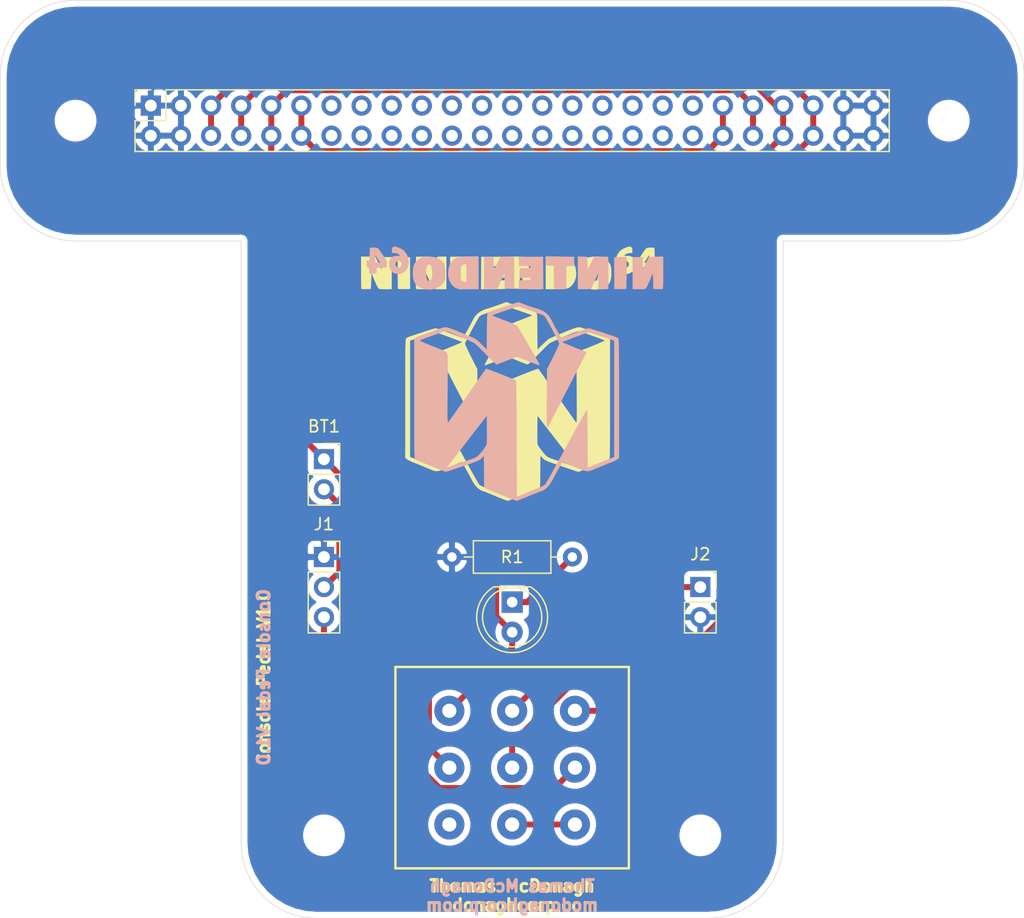
<source format=kicad_pcb>
(kicad_pcb (version 20171130) (host pcbnew "(5.1.7)-1")

  (general
    (thickness 1.6)
    (drawings 18)
    (tracks 52)
    (zones 0)
    (modules 13)
    (nets 11)
  )

  (page A4)
  (layers
    (0 F.Cu signal)
    (31 B.Cu signal hide)
    (32 B.Adhes user)
    (33 F.Adhes user)
    (34 B.Paste user)
    (35 F.Paste user)
    (36 B.SilkS user)
    (37 F.SilkS user)
    (38 B.Mask user)
    (39 F.Mask user)
    (40 Dwgs.User user)
    (41 Cmts.User user)
    (42 Eco1.User user)
    (43 Eco2.User user)
    (44 Edge.Cuts user)
    (45 Margin user)
    (46 B.CrtYd user)
    (47 F.CrtYd user)
    (48 B.Fab user)
    (49 F.Fab user hide)
  )

  (setup
    (last_trace_width 0.25)
    (user_trace_width 0.5)
    (trace_clearance 0.2)
    (zone_clearance 0.508)
    (zone_45_only no)
    (trace_min 0.2)
    (via_size 0.8)
    (via_drill 0.4)
    (via_min_size 0.4)
    (via_min_drill 0.3)
    (uvia_size 0.3)
    (uvia_drill 0.1)
    (uvias_allowed no)
    (uvia_min_size 0.2)
    (uvia_min_drill 0.1)
    (edge_width 0.05)
    (segment_width 0.2)
    (pcb_text_width 0.3)
    (pcb_text_size 1.5 1.5)
    (mod_edge_width 0.12)
    (mod_text_size 1 1)
    (mod_text_width 0.15)
    (pad_size 1.524 1.524)
    (pad_drill 0.762)
    (pad_to_mask_clearance 0)
    (aux_axis_origin 0 0)
    (visible_elements 7FFFFFFF)
    (pcbplotparams
      (layerselection 0x010fc_ffffffff)
      (usegerberextensions false)
      (usegerberattributes true)
      (usegerberadvancedattributes true)
      (creategerberjobfile true)
      (excludeedgelayer true)
      (linewidth 0.100000)
      (plotframeref false)
      (viasonmask false)
      (mode 1)
      (useauxorigin false)
      (hpglpennumber 1)
      (hpglpenspeed 20)
      (hpglpendiameter 15.000000)
      (psnegative false)
      (psa4output false)
      (plotreference true)
      (plotvalue true)
      (plotinvisibletext false)
      (padsonsilk false)
      (subtractmaskfromsilk false)
      (outputformat 1)
      (mirror false)
      (drillshape 0)
      (scaleselection 1)
      (outputdirectory "Gerbers/"))
  )

  (net 0 "")
  (net 1 "Net-(BT1-Pad2)")
  (net 2 +9V)
  (net 3 "Net-(D1-Pad1)")
  (net 4 /LEDPower)
  (net 5 GND)
  (net 6 "Net-(J1-Pad3)")
  (net 7 "Net-(J2-Pad1)")
  (net 8 "Net-(S1-PadP$1)")
  (net 9 /Input)
  (net 10 /Output)

  (net_class Default "This is the default net class."
    (clearance 0.2)
    (trace_width 0.25)
    (via_dia 0.8)
    (via_drill 0.4)
    (uvia_dia 0.3)
    (uvia_drill 0.1)
    (add_net +9V)
    (add_net /Input)
    (add_net /LEDPower)
    (add_net /Output)
    (add_net GND)
    (add_net "Net-(BT1-Pad2)")
    (add_net "Net-(D1-Pad1)")
    (add_net "Net-(J1-Pad3)")
    (add_net "Net-(J2-Pad1)")
    (add_net "Net-(S1-PadP$1)")
  )

  (module libraries:n64Logo (layer F.Cu) (tedit 0) (tstamp 5FB7621E)
    (at 137.16 60.96)
    (fp_text reference G*** (at 0 0) (layer F.SilkS) hide
      (effects (font (size 1.524 1.524) (thickness 0.3)))
    )
    (fp_text value LOGO (at 0.75 0) (layer F.SilkS) hide
      (effects (font (size 1.524 1.524) (thickness 0.3)))
    )
    (fp_poly (pts (xy 0.73619 -5.858245) (xy 1.046105 -5.753318) (xy 1.33225 -5.65418) (xy 1.584104 -5.564651)
      (xy 1.791148 -5.488554) (xy 1.942863 -5.429711) (xy 2.028729 -5.391943) (xy 2.042062 -5.383781)
      (xy 2.061478 -5.361473) (xy 2.077316 -5.324935) (xy 2.09002 -5.26579) (xy 2.100038 -5.175659)
      (xy 2.107814 -5.046163) (xy 2.113794 -4.868924) (xy 2.118426 -4.635563) (xy 2.122154 -4.337703)
      (xy 2.125426 -3.966963) (xy 2.126728 -3.793327) (xy 2.137833 -2.264833) (xy 2.532776 -2.658039)
      (xy 2.695926 -2.816389) (xy 2.852887 -2.961526) (xy 2.986396 -3.077933) (xy 3.079188 -3.150093)
      (xy 3.083109 -3.152694) (xy 3.162974 -3.195449) (xy 3.30939 -3.264572) (xy 3.510382 -3.354778)
      (xy 3.753973 -3.460785) (xy 4.028187 -3.577307) (xy 4.321049 -3.699061) (xy 4.32675 -3.701405)
      (xy 4.684615 -3.846885) (xy 4.973065 -3.960328) (xy 5.199886 -4.044468) (xy 5.37286 -4.102041)
      (xy 5.499771 -4.13578) (xy 5.588403 -4.148419) (xy 5.599919 -4.148667) (xy 5.682558 -4.144288)
      (xy 5.778066 -4.128899) (xy 5.89738 -4.09912) (xy 6.051438 -4.051573) (xy 6.251176 -3.982877)
      (xy 6.507531 -3.889654) (xy 6.83144 -3.768525) (xy 6.836833 -3.766491) (xy 7.071924 -3.679098)
      (xy 7.326395 -3.586502) (xy 7.562543 -3.50234) (xy 7.681503 -3.460964) (xy 7.860133 -3.393015)
      (xy 8.017382 -3.321174) (xy 8.128915 -3.257052) (xy 8.157753 -3.233762) (xy 8.255 -3.136515)
      (xy 8.255 1.881909) (xy 8.254962 2.639497) (xy 8.254801 3.316971) (xy 8.254447 3.918887)
      (xy 8.25383 4.449797) (xy 8.252879 4.914256) (xy 8.251524 5.316817) (xy 8.249695 5.662034)
      (xy 8.247321 5.954461) (xy 8.244333 6.198652) (xy 8.240659 6.399161) (xy 8.23623 6.560541)
      (xy 8.230976 6.687347) (xy 8.224825 6.784131) (xy 8.217708 6.855448) (xy 8.209555 6.905852)
      (xy 8.200295 6.939896) (xy 8.189858 6.962135) (xy 8.178173 6.977121) (xy 8.176328 6.979005)
      (xy 8.100883 7.030725) (xy 7.970357 7.098237) (xy 7.809477 7.169064) (xy 7.763578 7.187317)
      (xy 7.623193 7.24266) (xy 7.421788 7.323238) (xy 7.176641 7.422076) (xy 6.905034 7.532201)
      (xy 6.624248 7.646641) (xy 6.542334 7.680145) (xy 6.283759 7.784893) (xy 6.04921 7.877808)
      (xy 5.850743 7.954285) (xy 5.700414 8.009717) (xy 5.610279 8.039499) (xy 5.591713 8.043334)
      (xy 5.56218 8.038644) (xy 5.50427 8.02329) (xy 5.412229 7.995345) (xy 5.280303 7.952883)
      (xy 5.102741 7.893977) (xy 4.873789 7.816701) (xy 4.587693 7.719127) (xy 4.238702 7.59933)
      (xy 3.821062 7.455382) (xy 3.349906 7.292581) (xy 3.077478 7.193394) (xy 2.871506 7.10434)
      (xy 2.716167 7.015592) (xy 2.595638 6.917322) (xy 2.494095 6.7997) (xy 2.445793 6.731)
      (xy 2.426308 6.705877) (xy 2.410742 6.700411) (xy 2.398636 6.722457) (xy 2.389534 6.779871)
      (xy 2.382979 6.880506) (xy 2.378513 7.032219) (xy 2.375679 7.242863) (xy 2.374021 7.520294)
      (xy 2.373081 7.872367) (xy 2.372887 7.983856) (xy 2.371986 8.360585) (xy 2.370313 8.66169)
      (xy 2.367364 8.896209) (xy 2.362635 9.073184) (xy 2.355621 9.201657) (xy 2.345819 9.290667)
      (xy 2.332726 9.349255) (xy 2.315836 9.386462) (xy 2.294647 9.411329) (xy 2.29325 9.412606)
      (xy 2.222594 9.46654) (xy 2.18541 9.482667) (xy 2.140191 9.49823) (xy 2.026394 9.542335)
      (xy 1.853655 9.611106) (xy 1.63161 9.700666) (xy 1.369896 9.807138) (xy 1.078147 9.926647)
      (xy 0.922596 9.990667) (xy 0.617382 10.115605) (xy 0.335424 10.229354) (xy 0.086726 10.328009)
      (xy -0.118709 10.407666) (xy -0.270878 10.464419) (xy -0.359779 10.494363) (xy -0.377147 10.498067)
      (xy -0.434061 10.482065) (xy -0.556987 10.437509) (xy -0.734052 10.369044) (xy -0.95338 10.281314)
      (xy -1.203096 10.178962) (xy -1.354667 10.115781) (xy -1.61933 10.005565) (xy -1.86298 9.905555)
      (xy -2.07308 9.820781) (xy -2.237094 9.756273) (xy -2.342487 9.717059) (xy -2.370667 9.708158)
      (xy -2.64849 9.601463) (xy -2.901258 9.422027) (xy -3.132562 9.166473) (xy -3.345995 8.831423)
      (xy -3.388726 8.750947) (xy -3.475017 8.586914) (xy -3.590076 8.372931) (xy -3.721003 8.132752)
      (xy -3.854899 7.890131) (xy -3.903343 7.80319) (xy -4.238662 7.203213) (xy -4.394748 7.269656)
      (xy -4.845987 7.460419) (xy -5.226014 7.618047) (xy -5.540568 7.744719) (xy -5.795387 7.842613)
      (xy -5.996212 7.913908) (xy -6.14878 7.960782) (xy -6.25883 7.985413) (xy -6.291139 7.989432)
      (xy -6.379997 7.993281) (xy -6.468372 7.985557) (xy -6.571392 7.961788) (xy -6.704181 7.917502)
      (xy -6.881865 7.848228) (xy -7.119571 7.749494) (xy -7.158973 7.732866) (xy -7.428841 7.619911)
      (xy -7.721044 7.499382) (xy -8.005448 7.383604) (xy -8.25192 7.284899) (xy -8.3185 7.25868)
      (xy -8.531581 7.170029) (xy -8.715238 7.083724) (xy -8.85213 7.00845) (xy -8.92175 6.956527)
      (xy -9.017 6.853279) (xy -9.016376 1.892056) (xy -9.016091 1.102435) (xy -9.015419 0.393705)
      (xy -9.01432 -0.23791) (xy -9.012754 -0.796187) (xy -9.010682 -1.284899) (xy -9.008065 -1.707824)
      (xy -9.004862 -2.068735) (xy -9.001034 -2.37141) (xy -8.996541 -2.619624) (xy -8.991344 -2.817151)
      (xy -8.985404 -2.967768) (xy -8.981709 -3.026833) (xy -8.614833 -3.026833) (xy -8.614833 6.794036)
      (xy -8.382 6.888097) (xy -8.273679 6.931828) (xy -8.102086 7.001067) (xy -7.882471 7.089662)
      (xy -7.630088 7.19146) (xy -7.360187 7.300309) (xy -7.260167 7.340643) (xy -6.371167 7.699128)
      (xy -6.360242 5.246564) (xy -6.35769 4.799631) (xy -6.3542 4.378959) (xy -6.349906 3.991995)
      (xy -6.344944 3.646183) (xy -6.339448 3.348971) (xy -6.333554 3.107804) (xy -6.327396 2.930129)
      (xy -6.32111 2.823392) (xy -6.315805 2.794) (xy -6.289008 2.829937) (xy -6.226257 2.932609)
      (xy -6.131931 3.094308) (xy -6.010411 3.307325) (xy -5.866074 3.563954) (xy -5.7033 3.856487)
      (xy -5.526468 4.177214) (xy -5.431958 4.34975) (xy -5.203029 4.76855) (xy -4.945583 5.23944)
      (xy -4.671752 5.74024) (xy -4.393665 6.248767) (xy -4.123452 6.74284) (xy -3.873242 7.200277)
      (xy -3.724684 7.471834) (xy -3.539047 7.809477) (xy -3.362995 8.126507) (xy -3.201263 8.414624)
      (xy -3.05859 8.665527) (xy -2.939712 8.870919) (xy -2.849365 9.022499) (xy -2.792288 9.111968)
      (xy -2.777956 9.130562) (xy -2.745563 9.157688) (xy -2.692797 9.190756) (xy -2.613064 9.232642)
      (xy -2.499768 9.286223) (xy -2.346315 9.354373) (xy -2.146108 9.43997) (xy -1.892553 9.54589)
      (xy -1.579055 9.675008) (xy -1.199018 9.830202) (xy -0.8255 9.982024) (xy -0.402167 10.153848)
      (xy -0.381 5.261451) (xy -0.379988 5.034345) (xy 2.122708 5.034345) (xy 2.124116 5.285802)
      (xy 2.127246 5.489926) (xy 2.131977 5.633902) (xy 2.137587 5.701949) (xy 2.177644 5.802378)
      (xy 2.264222 5.948691) (xy 2.385922 6.125015) (xy 2.531344 6.315478) (xy 2.68909 6.504208)
      (xy 2.805076 6.631347) (xy 2.880532 6.706699) (xy 2.955574 6.76881) (xy 3.043619 6.824064)
      (xy 3.158088 6.878844) (xy 3.312398 6.939533) (xy 3.519969 7.012514) (xy 3.79422 7.104172)
      (xy 3.81 7.109385) (xy 4.065925 7.195112) (xy 4.363186 7.29657) (xy 4.663532 7.400611)
      (xy 4.910667 7.487657) (xy 5.114971 7.559504) (xy 5.288769 7.618897) (xy 5.417578 7.661021)
      (xy 5.486915 7.68106) (xy 5.494717 7.681844) (xy 5.471701 7.647674) (xy 5.401079 7.552169)
      (xy 5.287117 7.400914) (xy 5.134079 7.19949) (xy 4.946231 6.953479) (xy 4.72784 6.668464)
      (xy 4.483171 6.350027) (xy 4.21649 6.003751) (xy 3.932061 5.635217) (xy 3.82255 5.493524)
      (xy 2.137833 3.314537) (xy 2.125549 4.440685) (xy 2.123145 4.748368) (xy 2.122708 5.034345)
      (xy -0.379988 5.034345) (xy -0.377635 4.506471) (xy -0.374381 3.831737) (xy -0.371162 3.232827)
      (xy -0.367902 2.705321) (xy -0.364526 2.244798) (xy -0.360957 1.846838) (xy -0.35712 1.507019)
      (xy -0.352938 1.22092) (xy -0.348335 0.984122) (xy -0.343236 0.792202) (xy -0.337565 0.64074)
      (xy -0.331245 0.525316) (xy -0.324201 0.441508) (xy -0.316356 0.384895) (xy -0.307635 0.351057)
      (xy -0.297962 0.335573) (xy -0.296333 0.334511) (xy -0.20094 0.288237) (xy -0.047467 0.220469)
      (xy 0.152637 0.135729) (xy 0.387922 0.038539) (xy 0.646939 -0.066579) (xy 0.918238 -0.175103)
      (xy 1.190371 -0.282512) (xy 1.451887 -0.384284) (xy 1.691337 -0.475896) (xy 1.897271 -0.552827)
      (xy 2.058241 -0.610556) (xy 2.162797 -0.644559) (xy 2.199244 -0.651096) (xy 2.234058 -0.605291)
      (xy 2.308342 -0.502486) (xy 2.413194 -0.355169) (xy 2.53971 -0.175826) (xy 2.633305 -0.042333)
      (xy 3.074985 0.589039) (xy 3.470443 1.15408) (xy 3.821878 1.655914) (xy 4.131491 2.097663)
      (xy 4.401482 2.482449) (xy 4.634052 2.813394) (xy 4.8314 3.093621) (xy 4.995728 3.326253)
      (xy 5.129236 3.51441) (xy 5.234124 3.661217) (xy 5.312593 3.769794) (xy 5.366842 3.843265)
      (xy 5.399073 3.884752) (xy 5.407808 3.894667) (xy 5.420172 3.900047) (xy 5.430679 3.885738)
      (xy 5.439406 3.846161) (xy 5.446431 3.775739) (xy 5.451835 3.668893) (xy 5.455695 3.520047)
      (xy 5.458091 3.323621) (xy 5.4591 3.074037) (xy 5.458802 2.765719) (xy 5.457275 2.393087)
      (xy 5.454598 1.950565) (xy 5.45085 1.432573) (xy 5.447887 1.054004) (xy 5.443445 0.48624)
      (xy 5.439923 -0.003009) (xy 5.43743 -0.419892) (xy 5.436073 -0.770559) (xy 5.43596 -1.061157)
      (xy 5.4372 -1.297834) (xy 5.4399 -1.486741) (xy 5.444169 -1.634024) (xy 5.450114 -1.745833)
      (xy 5.457843 -1.828317) (xy 5.467465 -1.887623) (xy 5.479086 -1.9299) (xy 5.492816 -1.961297)
      (xy 5.501097 -1.975812) (xy 5.559106 -2.046034) (xy 5.651843 -2.111542) (xy 5.795629 -2.181944)
      (xy 5.974338 -2.254416) (xy 6.247303 -2.360978) (xy 6.528672 -2.47322) (xy 6.807455 -2.586508)
      (xy 7.07266 -2.696212) (xy 7.313295 -2.797698) (xy 7.518369 -2.886335) (xy 7.676891 -2.95749)
      (xy 7.777868 -3.00653) (xy 7.8105 -3.028238) (xy 7.773105 -3.053051) (xy 7.671387 -3.098891)
      (xy 7.521051 -3.159136) (xy 7.344833 -3.224636) (xy 6.955611 -3.364969) (xy 6.624914 -3.485277)
      (xy 6.331319 -3.5934) (xy 6.053403 -3.69718) (xy 6.041157 -3.701785) (xy 5.826732 -3.772269)
      (xy 5.646648 -3.801584) (xy 5.472385 -3.788609) (xy 5.275426 -3.732224) (xy 5.105726 -3.665038)
      (xy 4.949979 -3.59926) (xy 4.737568 -3.509552) (xy 4.489823 -3.404923) (xy 4.228076 -3.294382)
      (xy 4.046075 -3.21752) (xy 3.803066 -3.112329) (xy 3.574736 -3.00879) (xy 3.377733 -2.914805)
      (xy 3.228705 -2.838279) (xy 3.153443 -2.793731) (xy 3.076963 -2.730842) (xy 2.952099 -2.616001)
      (xy 2.78865 -2.458768) (xy 2.596413 -2.2687) (xy 2.385186 -2.055355) (xy 2.180115 -1.844249)
      (xy 1.967247 -1.625644) (xy 1.770686 -1.42867) (xy 1.598747 -1.261273) (xy 1.45975 -1.131401)
      (xy 1.362009 -1.047002) (xy 1.313842 -1.016021) (xy 1.313319 -1.016) (xy 1.254022 -1.031498)
      (xy 1.129792 -1.074689) (xy 0.953817 -1.140617) (xy 0.739283 -1.224327) (xy 0.499376 -1.320863)
      (xy 0.468468 -1.3335) (xy 0.22474 -1.431515) (xy 0.003114 -1.51724) (xy -0.182799 -1.585682)
      (xy -0.319393 -1.631848) (xy -0.393059 -1.650745) (xy -0.396771 -1.650945) (xy -0.460912 -1.635451)
      (xy -0.590725 -1.592078) (xy -0.773699 -1.525443) (xy -0.997322 -1.44016) (xy -1.249082 -1.340847)
      (xy -1.375284 -1.28994) (xy -1.633134 -1.186549) (xy -1.866029 -1.095757) (xy -2.062141 -1.021965)
      (xy -2.209642 -0.969573) (xy -2.296704 -0.94298) (xy -2.313922 -0.940745) (xy -2.311058 -0.979485)
      (xy -2.268513 -1.080502) (xy -2.191117 -1.234049) (xy -2.083697 -1.430379) (xy -1.993543 -1.5875)
      (xy -1.863871 -1.810056) (xy -1.703398 -2.086029) (xy -1.523675 -2.395519) (xy -1.336251 -2.718632)
      (xy -1.152679 -3.035469) (xy -1.059669 -3.196166) (xy -0.90555 -3.460756) (xy -0.76149 -3.704683)
      (xy -0.633987 -3.917211) (xy -0.52954 -4.087603) (xy -0.454646 -4.205124) (xy -0.417415 -4.257335)
      (xy -0.3836 -4.290669) (xy -0.338702 -4.323717) (xy -0.273045 -4.360769) (xy -0.176957 -4.40612)
      (xy -0.040763 -4.464063) (xy 0.14521 -4.53889) (xy 0.390637 -4.634894) (xy 0.70519 -4.756369)
      (xy 0.719667 -4.761942) (xy 0.949438 -4.850832) (xy 1.167097 -4.935847) (xy 1.353042 -5.009275)
      (xy 1.487675 -5.063403) (xy 1.524 -5.078441) (xy 1.634865 -5.127081) (xy 1.676274 -5.156284)
      (xy 1.65713 -5.178674) (xy 1.608667 -5.198486) (xy 1.472696 -5.248105) (xy 1.276091 -5.317862)
      (xy 1.037384 -5.401376) (xy 0.775113 -5.492264) (xy 0.50781 -5.584145) (xy 0.254012 -5.670637)
      (xy 0.032253 -5.745357) (xy -0.138932 -5.801925) (xy -0.207557 -5.823844) (xy -0.520946 -5.921468)
      (xy -1.435223 -5.601943) (xy -1.794063 -5.475964) (xy -2.08116 -5.373539) (xy -2.30499 -5.291135)
      (xy -2.47403 -5.225223) (xy -2.596754 -5.172271) (xy -2.681638 -5.12875) (xy -2.737157 -5.091127)
      (xy -2.771788 -5.055873) (xy -2.782215 -5.040807) (xy -2.868027 -4.897681) (xy -2.976337 -4.708269)
      (xy -3.101138 -4.483946) (xy -3.236426 -4.236086) (xy -3.376196 -3.976066) (xy -3.514442 -3.71526)
      (xy -3.645159 -3.465044) (xy -3.762342 -3.236792) (xy -3.859986 -3.04188) (xy -3.932086 -2.891683)
      (xy -3.972636 -2.797575) (xy -3.979333 -2.773185) (xy -3.960724 -2.708031) (xy -3.908256 -2.578696)
      (xy -3.826974 -2.396198) (xy -3.721921 -2.171558) (xy -3.598139 -1.915794) (xy -3.46075 -1.640078)
      (xy -2.942167 -0.613833) (xy -2.930268 1.830917) (xy -2.927924 2.351268) (xy -2.92645 2.793206)
      (xy -2.925981 3.162979) (xy -2.926651 3.466838) (xy -2.928597 3.711033) (xy -2.931953 3.901813)
      (xy -2.936855 4.045428) (xy -2.943439 4.148128) (xy -2.951839 4.216163) (xy -2.96219 4.255782)
      (xy -2.974629 4.273235) (xy -2.983185 4.275667) (xy -3.04037 4.253919) (xy -3.048 4.234689)
      (xy -3.066826 4.187226) (xy -3.119739 4.075557) (xy -3.201391 3.910398) (xy -3.306436 3.702466)
      (xy -3.429527 3.462477) (xy -3.528537 3.271605) (xy -3.775604 2.797347) (xy -3.990618 2.384215)
      (xy -4.180773 2.018314) (xy -4.353261 1.685747) (xy -4.515275 1.372621) (xy -4.67401 1.065039)
      (xy -4.836657 0.749107) (xy -5.010411 0.410928) (xy -5.123531 0.1905) (xy -5.28296 -0.119687)
      (xy -5.44917 -0.442033) (xy -5.612371 -0.757628) (xy -5.762774 -1.047557) (xy -5.89059 -1.292909)
      (xy -5.955041 -1.415946) (xy -6.078893 -1.652775) (xy -6.166854 -1.825122) (xy -6.223062 -1.943112)
      (xy -6.251651 -2.016872) (xy -6.256758 -2.056527) (xy -6.242519 -2.072203) (xy -6.223976 -2.074333)
      (xy -6.173364 -2.08968) (xy -6.057562 -2.132358) (xy -5.889612 -2.197323) (xy -5.682558 -2.279529)
      (xy -5.451393 -2.373137) (xy -5.101913 -2.515944) (xy -4.823328 -2.630049) (xy -4.60821 -2.718899)
      (xy -4.449128 -2.785939) (xy -4.338652 -2.834616) (xy -4.269352 -2.868375) (xy -4.233799 -2.890664)
      (xy -4.224563 -2.904928) (xy -4.234213 -2.914614) (xy -4.255319 -2.923167) (xy -4.260935 -2.925306)
      (xy -4.643458 -3.072971) (xy -5.011115 -3.212933) (xy -5.355403 -3.342102) (xy -5.667823 -3.457389)
      (xy -5.939876 -3.555706) (xy -6.163062 -3.633963) (xy -6.32888 -3.689072) (xy -6.428832 -3.717944)
      (xy -6.452022 -3.72156) (xy -6.515095 -3.707525) (xy -6.646571 -3.669987) (xy -6.834662 -3.612601)
      (xy -7.067578 -3.539027) (xy -7.333531 -3.452922) (xy -7.577667 -3.37231) (xy -8.614833 -3.026833)
      (xy -8.981709 -3.026833) (xy -8.97868 -3.075251) (xy -8.971132 -3.143374) (xy -8.9632 -3.175)
      (xy -8.949106 -3.201134) (xy -8.929955 -3.225277) (xy -8.898729 -3.250052) (xy -8.84841 -3.278084)
      (xy -8.77198 -3.311996) (xy -8.662419 -3.354412) (xy -8.512709 -3.407956) (xy -8.315832 -3.475251)
      (xy -8.06477 -3.558923) (xy -7.752503 -3.661594) (xy -7.372014 -3.785888) (xy -7.037592 -3.894899)
      (xy -6.834767 -3.958996) (xy -6.655551 -4.011942) (xy -6.518171 -4.048604) (xy -6.440858 -4.06385)
      (xy -6.436952 -4.064) (xy -6.370528 -4.049589) (xy -6.240812 -4.009829) (xy -6.063471 -3.949929)
      (xy -5.854173 -3.875097) (xy -5.728194 -3.828366) (xy -5.48685 -3.737974) (xy -5.248858 -3.649373)
      (xy -5.03658 -3.570853) (xy -4.872381 -3.510703) (xy -4.826 -3.49394) (xy -4.657124 -3.43161)
      (xy -4.495531 -3.369177) (xy -4.393443 -3.327408) (xy -4.279071 -3.283941) (xy -4.192152 -3.26082)
      (xy -4.178994 -3.259667) (xy -4.140753 -3.295299) (xy -4.070801 -3.394121) (xy -3.976134 -3.544022)
      (xy -3.863748 -3.732891) (xy -3.740636 -3.948615) (xy -3.613794 -4.179084) (xy -3.490217 -4.412186)
      (xy -3.3769 -4.63581) (xy -3.33791 -4.715938) (xy -3.148235 -5.040807) (xy -2.918174 -5.300782)
      (xy -2.637757 -5.503739) (xy -2.297019 -5.65755) (xy -2.052549 -5.731313) (xy -1.922992 -5.769014)
      (xy -1.735027 -5.829412) (xy -1.509544 -5.905529) (xy -1.267431 -5.990388) (xy -1.147026 -6.033784)
      (xy -0.496121 -6.270748) (xy 0.73619 -5.858245)) (layer F.SilkS) (width 0.01))
    (fp_poly (pts (xy 7.450066 -10.093731) (xy 7.63322 -10.045601) (xy 7.792965 -9.963802) (xy 7.949113 -9.842942)
      (xy 7.963012 -9.830554) (xy 8.122502 -9.672842) (xy 8.234061 -9.520514) (xy 8.306732 -9.35183)
      (xy 8.349555 -9.145048) (xy 8.371573 -8.878426) (xy 8.373117 -8.844416) (xy 8.368472 -8.462793)
      (xy 8.316042 -8.147595) (xy 8.211584 -7.892637) (xy 8.050856 -7.691734) (xy 7.829616 -7.5387)
      (xy 7.543623 -7.42735) (xy 7.372095 -7.384752) (xy 7.155112 -7.344537) (xy 6.981528 -7.330892)
      (xy 6.814084 -7.344645) (xy 6.61552 -7.386624) (xy 6.551367 -7.403003) (xy 6.233598 -7.522678)
      (xy 5.976933 -7.70042) (xy 5.779933 -7.937229) (xy 5.7785 -7.939515) (xy 5.728341 -8.0224)
      (xy 5.693506 -8.094935) (xy 5.671202 -8.174692) (xy 5.658637 -8.279243) (xy 5.653017 -8.426158)
      (xy 5.65155 -8.633009) (xy 5.6515 -8.738513) (xy 5.651812 -8.770136) (xy 6.733579 -8.770136)
      (xy 6.743438 -8.563953) (xy 6.774756 -8.324308) (xy 6.82812 -8.162152) (xy 6.906177 -8.072559)
      (xy 7.011577 -8.050604) (xy 7.019088 -8.05136) (xy 7.132864 -8.103682) (xy 7.19081 -8.186613)
      (xy 7.221048 -8.287278) (xy 7.247857 -8.442094) (xy 7.26617 -8.62056) (xy 7.268143 -8.652279)
      (xy 7.267169 -8.940245) (xy 7.230982 -9.173471) (xy 7.161683 -9.343194) (xy 7.081743 -9.428759)
      (xy 7.012625 -9.464216) (xy 6.955991 -9.449911) (xy 6.884504 -9.386019) (xy 6.796942 -9.247954)
      (xy 6.746874 -9.044058) (xy 6.733579 -8.770136) (xy 5.651812 -8.770136) (xy 5.654179 -9.009494)
      (xy 5.665532 -9.213241) (xy 5.690528 -9.367108) (xy 5.734139 -9.488447) (xy 5.801335 -9.59461)
      (xy 5.897086 -9.702951) (xy 5.940259 -9.746579) (xy 6.124121 -9.900884) (xy 6.325581 -10.007578)
      (xy 6.564366 -10.073882) (xy 6.860204 -10.107021) (xy 6.934292 -10.110555) (xy 7.223694 -10.113585)
      (xy 7.450066 -10.093731)) (layer F.SilkS) (width 0.01))
    (fp_poly (pts (xy -12.139083 -10.108245) (xy -11.535833 -10.0965) (xy -11.451167 -9.91431) (xy -11.394074 -9.792799)
      (xy -11.314093 -9.624278) (xy -11.225123 -9.437996) (xy -11.189611 -9.363977) (xy -11.012722 -8.995833)
      (xy -11.009694 -9.535583) (xy -11.006667 -10.075333) (xy -10.16 -10.075333) (xy -10.16 -7.366)
      (xy -10.687518 -7.366) (xy -10.911274 -7.367314) (xy -11.066264 -7.372711) (xy -11.168365 -7.384374)
      (xy -11.233456 -7.404486) (xy -11.277415 -7.43523) (xy -11.290768 -7.448929) (xy -11.333294 -7.516012)
      (xy -11.399999 -7.645563) (xy -11.483196 -7.821612) (xy -11.575199 -8.028185) (xy -11.6205 -8.134128)
      (xy -11.8745 -8.736397) (xy -11.895667 -8.061782) (xy -11.916833 -7.387166) (xy -12.299886 -7.375107)
      (xy -12.472497 -7.372857) (xy -12.611859 -7.37699) (xy -12.69717 -7.386619) (xy -12.712636 -7.392746)
      (xy -12.71988 -7.440846) (xy -12.726486 -7.563274) (xy -12.73223 -7.749692) (xy -12.736889 -7.989764)
      (xy -12.740242 -8.27315) (xy -12.742064 -8.589514) (xy -12.742333 -8.771218) (xy -12.742333 -10.119991)
      (xy -12.139083 -10.108245)) (layer F.SilkS) (width 0.01))
    (fp_poly (pts (xy -9.133417 -10.066053) (xy -8.614833 -10.054166) (xy -8.614833 -7.387166) (xy -9.103923 -7.375312)
      (xy -9.299625 -7.373042) (xy -9.46342 -7.375792) (xy -9.577286 -7.382949) (xy -9.622507 -7.392951)
      (xy -9.629756 -7.441044) (xy -9.636359 -7.563381) (xy -9.642089 -7.74954) (xy -9.64672 -7.989099)
      (xy -9.650024 -8.271637) (xy -9.651777 -8.586731) (xy -9.652 -8.750192) (xy -9.652 -10.077939)
      (xy -9.133417 -10.066053)) (layer F.SilkS) (width 0.01))
    (fp_poly (pts (xy -5.545667 -7.366) (xy -6.068272 -7.366) (xy -6.303324 -7.36702) (xy -6.470645 -7.376514)
      (xy -6.587165 -7.404133) (xy -6.669811 -7.459527) (xy -6.735511 -7.552345) (xy -6.801195 -7.692239)
      (xy -6.851755 -7.812638) (xy -6.934521 -8.005057) (xy -7.032866 -8.225565) (xy -7.124524 -8.424333)
      (xy -7.274375 -8.741833) (xy -7.277854 -8.053916) (xy -7.281333 -7.366) (xy -7.684829 -7.366)
      (xy -7.896656 -7.370243) (xy -8.032184 -7.383642) (xy -8.099387 -7.407199) (xy -8.108789 -7.41933)
      (xy -8.113507 -7.473536) (xy -8.117127 -7.601663) (xy -8.119575 -7.792974) (xy -8.120779 -8.036728)
      (xy -8.120665 -8.322188) (xy -8.119162 -8.638613) (xy -8.118043 -8.78458) (xy -8.106833 -10.0965)
      (xy -7.532348 -10.108228) (xy -7.297319 -10.111847) (xy -7.132216 -10.11051) (xy -7.02237 -10.102761)
      (xy -6.953114 -10.087146) (xy -6.909779 -10.062208) (xy -6.892318 -10.044728) (xy -6.850554 -9.978708)
      (xy -6.783663 -9.852538) (xy -6.700465 -9.68363) (xy -6.60978 -9.489399) (xy -6.59897 -9.465564)
      (xy -6.371167 -8.961627) (xy -6.35 -9.529064) (xy -6.328833 -10.0965) (xy -5.545667 -10.120844)
      (xy -5.545667 -7.366)) (layer F.SilkS) (width 0.01))
    (fp_poly (pts (xy -2.856214 -10.021778) (xy -2.84527 -9.928739) (xy -2.841502 -9.785276) (xy -2.844656 -9.650694)
      (xy -2.8575 -9.376833) (xy -3.184808 -9.364483) (xy -3.512115 -9.352133) (xy -3.523474 -8.36965)
      (xy -3.534833 -7.387166) (xy -4.023923 -7.375312) (xy -4.219625 -7.373042) (xy -4.38342 -7.375792)
      (xy -4.497286 -7.382949) (xy -4.542507 -7.392951) (xy -4.551049 -7.4421) (xy -4.558621 -7.563405)
      (xy -4.564842 -7.744357) (xy -4.569333 -7.972446) (xy -4.571716 -8.235163) (xy -4.572 -8.366108)
      (xy -4.572 -9.309772) (xy -4.900083 -9.322136) (xy -5.228167 -9.3345) (xy -5.228167 -10.0965)
      (xy -2.880615 -10.119002) (xy -2.856214 -10.021778)) (layer F.SilkS) (width 0.01))
    (fp_poly (pts (xy -0.5715 -9.3345) (xy -1.090083 -9.322614) (xy -1.307358 -9.316733) (xy -1.453814 -9.309189)
      (xy -1.543297 -9.297441) (xy -1.58965 -9.278944) (xy -1.606718 -9.251157) (xy -1.608667 -9.227364)
      (xy -1.602522 -9.189274) (xy -1.573847 -9.164943) (xy -1.507283 -9.15132) (xy -1.387469 -9.145356)
      (xy -1.199046 -9.144001) (xy -1.188796 -9.144) (xy -1.002454 -9.141508) (xy -0.843642 -9.134807)
      (xy -0.734384 -9.12506) (xy -0.701963 -9.118304) (xy -0.668767 -9.089652) (xy -0.648298 -9.024181)
      (xy -0.637921 -8.906064) (xy -0.635001 -8.719474) (xy -0.635 -8.716137) (xy -0.635 -8.339666)
      (xy -1.566333 -8.339666) (xy -1.566333 -8.130687) (xy -1.068917 -8.11876) (xy -0.5715 -8.106833)
      (xy -0.5715 -7.387166) (xy -2.625842 -7.364492) (xy -2.6035 -10.0965) (xy -0.5715 -10.0965)
      (xy -0.5715 -9.3345)) (layer F.SilkS) (width 0.01))
    (fp_poly (pts (xy 0.572607 -10.114502) (xy 0.756585 -10.105873) (xy 0.895339 -10.093078) (xy 0.969658 -10.077415)
      (xy 0.971412 -10.07654) (xy 1.016546 -10.023769) (xy 1.085154 -9.90881) (xy 1.168469 -9.747764)
      (xy 1.257728 -9.556732) (xy 1.272029 -9.524337) (xy 1.358124 -9.332368) (xy 1.435014 -9.169516)
      (xy 1.495188 -9.051094) (xy 1.531132 -8.992413) (xy 1.53455 -8.989313) (xy 1.556402 -9.011576)
      (xy 1.566397 -9.096592) (xy 1.565891 -9.149932) (xy 1.562871 -9.28051) (xy 1.561498 -9.461518)
      (xy 1.561987 -9.658731) (xy 1.562407 -9.704916) (xy 1.566333 -10.075333) (xy 2.370667 -10.075333)
      (xy 2.370667 -7.366) (xy 1.852083 -7.366648) (xy 1.647715 -7.369451) (xy 1.472398 -7.376612)
      (xy 1.344535 -7.387053) (xy 1.282529 -7.399698) (xy 1.282051 -7.399989) (xy 1.243319 -7.450742)
      (xy 1.181081 -7.560588) (xy 1.105447 -7.710916) (xy 1.058166 -7.812091) (xy 0.966115 -8.012837)
      (xy 0.870199 -8.219101) (xy 0.78676 -8.395826) (xy 0.762906 -8.4455) (xy 0.640083 -8.6995)
      (xy 0.637541 -8.053916) (xy 0.635 -7.408333) (xy -0.169333 -7.408333) (xy -0.169333 -10.117666)
      (xy 0.362616 -10.117666) (xy 0.572607 -10.114502)) (layer F.SilkS) (width 0.01))
    (fp_poly (pts (xy 3.39725 -10.116914) (xy 3.814412 -10.111132) (xy 4.155352 -10.094312) (xy 4.427925 -10.065407)
      (xy 4.639986 -10.023366) (xy 4.799387 -9.967142) (xy 4.884593 -9.918255) (xy 5.08071 -9.730083)
      (xy 5.236116 -9.47459) (xy 5.345188 -9.161509) (xy 5.36064 -9.09429) (xy 5.406058 -8.712774)
      (xy 5.376274 -8.359001) (xy 5.27254 -8.03863) (xy 5.096107 -7.75732) (xy 5.05444 -7.708722)
      (xy 4.952128 -7.602461) (xy 4.851547 -7.520548) (xy 4.739981 -7.45987) (xy 4.604713 -7.417315)
      (xy 4.433028 -7.389769) (xy 4.21221 -7.374121) (xy 3.929543 -7.367257) (xy 3.654292 -7.366)
      (xy 2.836333 -7.366) (xy 2.836333 -7.947264) (xy 3.850333 -7.947264) (xy 4.007552 -7.972777)
      (xy 4.137986 -8.013585) (xy 4.244877 -8.078776) (xy 4.251969 -8.085488) (xy 4.288765 -8.129876)
      (xy 4.313537 -8.186766) (xy 4.328613 -8.272502) (xy 4.336321 -8.403426) (xy 4.338989 -8.59588)
      (xy 4.339167 -8.697571) (xy 4.337733 -8.922456) (xy 4.331825 -9.080101) (xy 4.319033 -9.187906)
      (xy 4.296948 -9.263275) (xy 4.263159 -9.323607) (xy 4.249931 -9.341979) (xy 4.153439 -9.433119)
      (xy 4.030509 -9.461341) (xy 4.017098 -9.4615) (xy 3.8735 -9.4615) (xy 3.861916 -8.704382)
      (xy 3.850333 -7.947264) (xy 2.836333 -7.947264) (xy 2.836333 -10.117666) (xy 3.39725 -10.116914)) (layer F.SilkS) (width 0.01))
    (fp_poly (pts (xy 9.970481 -10.945906) (xy 10.025921 -10.918629) (xy 10.094959 -10.86859) (xy 10.128436 -10.800827)
      (xy 10.138534 -10.685839) (xy 10.138833 -10.64521) (xy 10.138833 -10.435166) (xy 9.895915 -10.413536)
      (xy 9.72819 -10.38791) (xy 9.613288 -10.339769) (xy 9.544519 -10.283428) (xy 9.436042 -10.174951)
      (xy 9.710237 -10.178059) (xy 9.935636 -10.16041) (xy 10.102925 -10.095248) (xy 10.229633 -9.973098)
      (xy 10.297517 -9.860657) (xy 10.358671 -9.662815) (xy 10.367981 -9.434562) (xy 10.329919 -9.20275)
      (xy 10.248954 -8.994229) (xy 10.129556 -8.83585) (xy 10.126448 -8.833058) (xy 9.935994 -8.715831)
      (xy 9.707975 -8.655768) (xy 9.472442 -8.659079) (xy 9.383118 -8.67946) (xy 9.143233 -8.791671)
      (xy 8.954097 -8.96201) (xy 8.818775 -9.178641) (xy 8.740332 -9.429732) (xy 8.740001 -9.434639)
      (xy 9.321607 -9.434639) (xy 9.365398 -9.311576) (xy 9.457458 -9.221162) (xy 9.5885 -9.186333)
      (xy 9.698002 -9.215777) (xy 9.779 -9.271) (xy 9.8522 -9.396108) (xy 9.847779 -9.534587)
      (xy 9.766609 -9.66808) (xy 9.759757 -9.675091) (xy 9.641938 -9.761176) (xy 9.53211 -9.766239)
      (xy 9.415425 -9.690786) (xy 9.411312 -9.686954) (xy 9.334205 -9.567411) (xy 9.321607 -9.434639)
      (xy 8.740001 -9.434639) (xy 8.721831 -9.703449) (xy 8.766338 -9.987957) (xy 8.876916 -10.271422)
      (xy 8.941714 -10.384045) (xy 9.136515 -10.615182) (xy 9.394921 -10.793274) (xy 9.666088 -10.904277)
      (xy 9.808832 -10.945815) (xy 9.900747 -10.959311) (xy 9.970481 -10.945906)) (layer F.SilkS) (width 0.01))
    (fp_poly (pts (xy 11.711422 -10.871116) (xy 12.0015 -10.8585) (xy 12.025196 -9.779) (xy 12.280535 -9.779)
      (xy 12.268017 -9.49325) (xy 12.258621 -9.340158) (xy 12.242684 -9.252288) (xy 12.213333 -9.210197)
      (xy 12.163691 -9.194442) (xy 12.162283 -9.194239) (xy 12.108308 -9.176361) (xy 12.07788 -9.128182)
      (xy 12.062193 -9.02857) (xy 12.056449 -8.940239) (xy 12.043833 -8.6995) (xy 11.766873 -8.687183)
      (xy 11.620578 -8.685134) (xy 11.509527 -8.691842) (xy 11.459956 -8.704822) (xy 11.443064 -8.761031)
      (xy 11.432201 -8.872681) (xy 11.43 -8.959022) (xy 11.43 -9.183267) (xy 11.01725 -9.195384)
      (xy 10.6045 -9.2075) (xy 10.591835 -9.474454) (xy 10.585985 -9.597774) (xy 11.133667 -9.597774)
      (xy 11.171774 -9.592481) (xy 11.269199 -9.589124) (xy 11.345333 -9.5885) (xy 11.557 -9.5885)
      (xy 11.557 -10.25553) (xy 11.345333 -9.931289) (xy 11.252607 -9.788304) (xy 11.180525 -9.675356)
      (xy 11.139399 -9.608696) (xy 11.133667 -9.597774) (xy 10.585985 -9.597774) (xy 10.57917 -9.741409)
      (xy 10.906898 -10.2514) (xy 11.031894 -10.440176) (xy 11.148855 -10.606448) (xy 11.246769 -10.73528)
      (xy 11.314624 -10.811733) (xy 11.327985 -10.822561) (xy 11.43647 -10.860969) (xy 11.610873 -10.873479)
      (xy 11.711422 -10.871116)) (layer F.SilkS) (width 0.01))
  )

  (module libraries:n64Logo (layer B.Cu) (tedit 0) (tstamp 5FB7618F)
    (at 137.16 60.96 180)
    (fp_text reference G*** (at 0 0) (layer B.SilkS) hide
      (effects (font (size 1.524 1.524) (thickness 0.3)) (justify mirror))
    )
    (fp_text value LOGO (at 0.75 0) (layer B.SilkS) hide
      (effects (font (size 1.524 1.524) (thickness 0.3)) (justify mirror))
    )
    (fp_poly (pts (xy 0.73619 5.858245) (xy 1.046105 5.753318) (xy 1.33225 5.65418) (xy 1.584104 5.564651)
      (xy 1.791148 5.488554) (xy 1.942863 5.429711) (xy 2.028729 5.391943) (xy 2.042062 5.383781)
      (xy 2.061478 5.361473) (xy 2.077316 5.324935) (xy 2.09002 5.26579) (xy 2.100038 5.175659)
      (xy 2.107814 5.046163) (xy 2.113794 4.868924) (xy 2.118426 4.635563) (xy 2.122154 4.337703)
      (xy 2.125426 3.966963) (xy 2.126728 3.793327) (xy 2.137833 2.264833) (xy 2.532776 2.658039)
      (xy 2.695926 2.816389) (xy 2.852887 2.961526) (xy 2.986396 3.077933) (xy 3.079188 3.150093)
      (xy 3.083109 3.152694) (xy 3.162974 3.195449) (xy 3.30939 3.264572) (xy 3.510382 3.354778)
      (xy 3.753973 3.460785) (xy 4.028187 3.577307) (xy 4.321049 3.699061) (xy 4.32675 3.701405)
      (xy 4.684615 3.846885) (xy 4.973065 3.960328) (xy 5.199886 4.044468) (xy 5.37286 4.102041)
      (xy 5.499771 4.13578) (xy 5.588403 4.148419) (xy 5.599919 4.148667) (xy 5.682558 4.144288)
      (xy 5.778066 4.128899) (xy 5.89738 4.09912) (xy 6.051438 4.051573) (xy 6.251176 3.982877)
      (xy 6.507531 3.889654) (xy 6.83144 3.768525) (xy 6.836833 3.766491) (xy 7.071924 3.679098)
      (xy 7.326395 3.586502) (xy 7.562543 3.50234) (xy 7.681503 3.460964) (xy 7.860133 3.393015)
      (xy 8.017382 3.321174) (xy 8.128915 3.257052) (xy 8.157753 3.233762) (xy 8.255 3.136515)
      (xy 8.255 -1.881909) (xy 8.254962 -2.639497) (xy 8.254801 -3.316971) (xy 8.254447 -3.918887)
      (xy 8.25383 -4.449797) (xy 8.252879 -4.914256) (xy 8.251524 -5.316817) (xy 8.249695 -5.662034)
      (xy 8.247321 -5.954461) (xy 8.244333 -6.198652) (xy 8.240659 -6.399161) (xy 8.23623 -6.560541)
      (xy 8.230976 -6.687347) (xy 8.224825 -6.784131) (xy 8.217708 -6.855448) (xy 8.209555 -6.905852)
      (xy 8.200295 -6.939896) (xy 8.189858 -6.962135) (xy 8.178173 -6.977121) (xy 8.176328 -6.979005)
      (xy 8.100883 -7.030725) (xy 7.970357 -7.098237) (xy 7.809477 -7.169064) (xy 7.763578 -7.187317)
      (xy 7.623193 -7.24266) (xy 7.421788 -7.323238) (xy 7.176641 -7.422076) (xy 6.905034 -7.532201)
      (xy 6.624248 -7.646641) (xy 6.542334 -7.680145) (xy 6.283759 -7.784893) (xy 6.04921 -7.877808)
      (xy 5.850743 -7.954285) (xy 5.700414 -8.009717) (xy 5.610279 -8.039499) (xy 5.591713 -8.043334)
      (xy 5.56218 -8.038644) (xy 5.50427 -8.02329) (xy 5.412229 -7.995345) (xy 5.280303 -7.952883)
      (xy 5.102741 -7.893977) (xy 4.873789 -7.816701) (xy 4.587693 -7.719127) (xy 4.238702 -7.59933)
      (xy 3.821062 -7.455382) (xy 3.349906 -7.292581) (xy 3.077478 -7.193394) (xy 2.871506 -7.10434)
      (xy 2.716167 -7.015592) (xy 2.595638 -6.917322) (xy 2.494095 -6.7997) (xy 2.445793 -6.731)
      (xy 2.426308 -6.705877) (xy 2.410742 -6.700411) (xy 2.398636 -6.722457) (xy 2.389534 -6.779871)
      (xy 2.382979 -6.880506) (xy 2.378513 -7.032219) (xy 2.375679 -7.242863) (xy 2.374021 -7.520294)
      (xy 2.373081 -7.872367) (xy 2.372887 -7.983856) (xy 2.371986 -8.360585) (xy 2.370313 -8.66169)
      (xy 2.367364 -8.896209) (xy 2.362635 -9.073184) (xy 2.355621 -9.201657) (xy 2.345819 -9.290667)
      (xy 2.332726 -9.349255) (xy 2.315836 -9.386462) (xy 2.294647 -9.411329) (xy 2.29325 -9.412606)
      (xy 2.222594 -9.46654) (xy 2.18541 -9.482667) (xy 2.140191 -9.49823) (xy 2.026394 -9.542335)
      (xy 1.853655 -9.611106) (xy 1.63161 -9.700666) (xy 1.369896 -9.807138) (xy 1.078147 -9.926647)
      (xy 0.922596 -9.990667) (xy 0.617382 -10.115605) (xy 0.335424 -10.229354) (xy 0.086726 -10.328009)
      (xy -0.118709 -10.407666) (xy -0.270878 -10.464419) (xy -0.359779 -10.494363) (xy -0.377147 -10.498067)
      (xy -0.434061 -10.482065) (xy -0.556987 -10.437509) (xy -0.734052 -10.369044) (xy -0.95338 -10.281314)
      (xy -1.203096 -10.178962) (xy -1.354667 -10.115781) (xy -1.61933 -10.005565) (xy -1.86298 -9.905555)
      (xy -2.07308 -9.820781) (xy -2.237094 -9.756273) (xy -2.342487 -9.717059) (xy -2.370667 -9.708158)
      (xy -2.64849 -9.601463) (xy -2.901258 -9.422027) (xy -3.132562 -9.166473) (xy -3.345995 -8.831423)
      (xy -3.388726 -8.750947) (xy -3.475017 -8.586914) (xy -3.590076 -8.372931) (xy -3.721003 -8.132752)
      (xy -3.854899 -7.890131) (xy -3.903343 -7.80319) (xy -4.238662 -7.203213) (xy -4.394748 -7.269656)
      (xy -4.845987 -7.460419) (xy -5.226014 -7.618047) (xy -5.540568 -7.744719) (xy -5.795387 -7.842613)
      (xy -5.996212 -7.913908) (xy -6.14878 -7.960782) (xy -6.25883 -7.985413) (xy -6.291139 -7.989432)
      (xy -6.379997 -7.993281) (xy -6.468372 -7.985557) (xy -6.571392 -7.961788) (xy -6.704181 -7.917502)
      (xy -6.881865 -7.848228) (xy -7.119571 -7.749494) (xy -7.158973 -7.732866) (xy -7.428841 -7.619911)
      (xy -7.721044 -7.499382) (xy -8.005448 -7.383604) (xy -8.25192 -7.284899) (xy -8.3185 -7.25868)
      (xy -8.531581 -7.170029) (xy -8.715238 -7.083724) (xy -8.85213 -7.00845) (xy -8.92175 -6.956527)
      (xy -9.017 -6.853279) (xy -9.016376 -1.892056) (xy -9.016091 -1.102435) (xy -9.015419 -0.393705)
      (xy -9.01432 0.23791) (xy -9.012754 0.796187) (xy -9.010682 1.284899) (xy -9.008065 1.707824)
      (xy -9.004862 2.068735) (xy -9.001034 2.37141) (xy -8.996541 2.619624) (xy -8.991344 2.817151)
      (xy -8.985404 2.967768) (xy -8.981709 3.026833) (xy -8.614833 3.026833) (xy -8.614833 -6.794036)
      (xy -8.382 -6.888097) (xy -8.273679 -6.931828) (xy -8.102086 -7.001067) (xy -7.882471 -7.089662)
      (xy -7.630088 -7.19146) (xy -7.360187 -7.300309) (xy -7.260167 -7.340643) (xy -6.371167 -7.699128)
      (xy -6.360242 -5.246564) (xy -6.35769 -4.799631) (xy -6.3542 -4.378959) (xy -6.349906 -3.991995)
      (xy -6.344944 -3.646183) (xy -6.339448 -3.348971) (xy -6.333554 -3.107804) (xy -6.327396 -2.930129)
      (xy -6.32111 -2.823392) (xy -6.315805 -2.794) (xy -6.289008 -2.829937) (xy -6.226257 -2.932609)
      (xy -6.131931 -3.094308) (xy -6.010411 -3.307325) (xy -5.866074 -3.563954) (xy -5.7033 -3.856487)
      (xy -5.526468 -4.177214) (xy -5.431958 -4.34975) (xy -5.203029 -4.76855) (xy -4.945583 -5.23944)
      (xy -4.671752 -5.74024) (xy -4.393665 -6.248767) (xy -4.123452 -6.74284) (xy -3.873242 -7.200277)
      (xy -3.724684 -7.471834) (xy -3.539047 -7.809477) (xy -3.362995 -8.126507) (xy -3.201263 -8.414624)
      (xy -3.05859 -8.665527) (xy -2.939712 -8.870919) (xy -2.849365 -9.022499) (xy -2.792288 -9.111968)
      (xy -2.777956 -9.130562) (xy -2.745563 -9.157688) (xy -2.692797 -9.190756) (xy -2.613064 -9.232642)
      (xy -2.499768 -9.286223) (xy -2.346315 -9.354373) (xy -2.146108 -9.43997) (xy -1.892553 -9.54589)
      (xy -1.579055 -9.675008) (xy -1.199018 -9.830202) (xy -0.8255 -9.982024) (xy -0.402167 -10.153848)
      (xy -0.381 -5.261451) (xy -0.379988 -5.034345) (xy 2.122708 -5.034345) (xy 2.124116 -5.285802)
      (xy 2.127246 -5.489926) (xy 2.131977 -5.633902) (xy 2.137587 -5.701949) (xy 2.177644 -5.802378)
      (xy 2.264222 -5.948691) (xy 2.385922 -6.125015) (xy 2.531344 -6.315478) (xy 2.68909 -6.504208)
      (xy 2.805076 -6.631347) (xy 2.880532 -6.706699) (xy 2.955574 -6.76881) (xy 3.043619 -6.824064)
      (xy 3.158088 -6.878844) (xy 3.312398 -6.939533) (xy 3.519969 -7.012514) (xy 3.79422 -7.104172)
      (xy 3.81 -7.109385) (xy 4.065925 -7.195112) (xy 4.363186 -7.29657) (xy 4.663532 -7.400611)
      (xy 4.910667 -7.487657) (xy 5.114971 -7.559504) (xy 5.288769 -7.618897) (xy 5.417578 -7.661021)
      (xy 5.486915 -7.68106) (xy 5.494717 -7.681844) (xy 5.471701 -7.647674) (xy 5.401079 -7.552169)
      (xy 5.287117 -7.400914) (xy 5.134079 -7.19949) (xy 4.946231 -6.953479) (xy 4.72784 -6.668464)
      (xy 4.483171 -6.350027) (xy 4.21649 -6.003751) (xy 3.932061 -5.635217) (xy 3.82255 -5.493524)
      (xy 2.137833 -3.314537) (xy 2.125549 -4.440685) (xy 2.123145 -4.748368) (xy 2.122708 -5.034345)
      (xy -0.379988 -5.034345) (xy -0.377635 -4.506471) (xy -0.374381 -3.831737) (xy -0.371162 -3.232827)
      (xy -0.367902 -2.705321) (xy -0.364526 -2.244798) (xy -0.360957 -1.846838) (xy -0.35712 -1.507019)
      (xy -0.352938 -1.22092) (xy -0.348335 -0.984122) (xy -0.343236 -0.792202) (xy -0.337565 -0.64074)
      (xy -0.331245 -0.525316) (xy -0.324201 -0.441508) (xy -0.316356 -0.384895) (xy -0.307635 -0.351057)
      (xy -0.297962 -0.335573) (xy -0.296333 -0.334511) (xy -0.20094 -0.288237) (xy -0.047467 -0.220469)
      (xy 0.152637 -0.135729) (xy 0.387922 -0.038539) (xy 0.646939 0.066579) (xy 0.918238 0.175103)
      (xy 1.190371 0.282512) (xy 1.451887 0.384284) (xy 1.691337 0.475896) (xy 1.897271 0.552827)
      (xy 2.058241 0.610556) (xy 2.162797 0.644559) (xy 2.199244 0.651096) (xy 2.234058 0.605291)
      (xy 2.308342 0.502486) (xy 2.413194 0.355169) (xy 2.53971 0.175826) (xy 2.633305 0.042333)
      (xy 3.074985 -0.589039) (xy 3.470443 -1.15408) (xy 3.821878 -1.655914) (xy 4.131491 -2.097663)
      (xy 4.401482 -2.482449) (xy 4.634052 -2.813394) (xy 4.8314 -3.093621) (xy 4.995728 -3.326253)
      (xy 5.129236 -3.51441) (xy 5.234124 -3.661217) (xy 5.312593 -3.769794) (xy 5.366842 -3.843265)
      (xy 5.399073 -3.884752) (xy 5.407808 -3.894667) (xy 5.420172 -3.900047) (xy 5.430679 -3.885738)
      (xy 5.439406 -3.846161) (xy 5.446431 -3.775739) (xy 5.451835 -3.668893) (xy 5.455695 -3.520047)
      (xy 5.458091 -3.323621) (xy 5.4591 -3.074037) (xy 5.458802 -2.765719) (xy 5.457275 -2.393087)
      (xy 5.454598 -1.950565) (xy 5.45085 -1.432573) (xy 5.447887 -1.054004) (xy 5.443445 -0.48624)
      (xy 5.439923 0.003009) (xy 5.43743 0.419892) (xy 5.436073 0.770559) (xy 5.43596 1.061157)
      (xy 5.4372 1.297834) (xy 5.4399 1.486741) (xy 5.444169 1.634024) (xy 5.450114 1.745833)
      (xy 5.457843 1.828317) (xy 5.467465 1.887623) (xy 5.479086 1.9299) (xy 5.492816 1.961297)
      (xy 5.501097 1.975812) (xy 5.559106 2.046034) (xy 5.651843 2.111542) (xy 5.795629 2.181944)
      (xy 5.974338 2.254416) (xy 6.247303 2.360978) (xy 6.528672 2.47322) (xy 6.807455 2.586508)
      (xy 7.07266 2.696212) (xy 7.313295 2.797698) (xy 7.518369 2.886335) (xy 7.676891 2.95749)
      (xy 7.777868 3.00653) (xy 7.8105 3.028238) (xy 7.773105 3.053051) (xy 7.671387 3.098891)
      (xy 7.521051 3.159136) (xy 7.344833 3.224636) (xy 6.955611 3.364969) (xy 6.624914 3.485277)
      (xy 6.331319 3.5934) (xy 6.053403 3.69718) (xy 6.041157 3.701785) (xy 5.826732 3.772269)
      (xy 5.646648 3.801584) (xy 5.472385 3.788609) (xy 5.275426 3.732224) (xy 5.105726 3.665038)
      (xy 4.949979 3.59926) (xy 4.737568 3.509552) (xy 4.489823 3.404923) (xy 4.228076 3.294382)
      (xy 4.046075 3.21752) (xy 3.803066 3.112329) (xy 3.574736 3.00879) (xy 3.377733 2.914805)
      (xy 3.228705 2.838279) (xy 3.153443 2.793731) (xy 3.076963 2.730842) (xy 2.952099 2.616001)
      (xy 2.78865 2.458768) (xy 2.596413 2.2687) (xy 2.385186 2.055355) (xy 2.180115 1.844249)
      (xy 1.967247 1.625644) (xy 1.770686 1.42867) (xy 1.598747 1.261273) (xy 1.45975 1.131401)
      (xy 1.362009 1.047002) (xy 1.313842 1.016021) (xy 1.313319 1.016) (xy 1.254022 1.031498)
      (xy 1.129792 1.074689) (xy 0.953817 1.140617) (xy 0.739283 1.224327) (xy 0.499376 1.320863)
      (xy 0.468468 1.3335) (xy 0.22474 1.431515) (xy 0.003114 1.51724) (xy -0.182799 1.585682)
      (xy -0.319393 1.631848) (xy -0.393059 1.650745) (xy -0.396771 1.650945) (xy -0.460912 1.635451)
      (xy -0.590725 1.592078) (xy -0.773699 1.525443) (xy -0.997322 1.44016) (xy -1.249082 1.340847)
      (xy -1.375284 1.28994) (xy -1.633134 1.186549) (xy -1.866029 1.095757) (xy -2.062141 1.021965)
      (xy -2.209642 0.969573) (xy -2.296704 0.94298) (xy -2.313922 0.940745) (xy -2.311058 0.979485)
      (xy -2.268513 1.080502) (xy -2.191117 1.234049) (xy -2.083697 1.430379) (xy -1.993543 1.5875)
      (xy -1.863871 1.810056) (xy -1.703398 2.086029) (xy -1.523675 2.395519) (xy -1.336251 2.718632)
      (xy -1.152679 3.035469) (xy -1.059669 3.196166) (xy -0.90555 3.460756) (xy -0.76149 3.704683)
      (xy -0.633987 3.917211) (xy -0.52954 4.087603) (xy -0.454646 4.205124) (xy -0.417415 4.257335)
      (xy -0.3836 4.290669) (xy -0.338702 4.323717) (xy -0.273045 4.360769) (xy -0.176957 4.40612)
      (xy -0.040763 4.464063) (xy 0.14521 4.53889) (xy 0.390637 4.634894) (xy 0.70519 4.756369)
      (xy 0.719667 4.761942) (xy 0.949438 4.850832) (xy 1.167097 4.935847) (xy 1.353042 5.009275)
      (xy 1.487675 5.063403) (xy 1.524 5.078441) (xy 1.634865 5.127081) (xy 1.676274 5.156284)
      (xy 1.65713 5.178674) (xy 1.608667 5.198486) (xy 1.472696 5.248105) (xy 1.276091 5.317862)
      (xy 1.037384 5.401376) (xy 0.775113 5.492264) (xy 0.50781 5.584145) (xy 0.254012 5.670637)
      (xy 0.032253 5.745357) (xy -0.138932 5.801925) (xy -0.207557 5.823844) (xy -0.520946 5.921468)
      (xy -1.435223 5.601943) (xy -1.794063 5.475964) (xy -2.08116 5.373539) (xy -2.30499 5.291135)
      (xy -2.47403 5.225223) (xy -2.596754 5.172271) (xy -2.681638 5.12875) (xy -2.737157 5.091127)
      (xy -2.771788 5.055873) (xy -2.782215 5.040807) (xy -2.868027 4.897681) (xy -2.976337 4.708269)
      (xy -3.101138 4.483946) (xy -3.236426 4.236086) (xy -3.376196 3.976066) (xy -3.514442 3.71526)
      (xy -3.645159 3.465044) (xy -3.762342 3.236792) (xy -3.859986 3.04188) (xy -3.932086 2.891683)
      (xy -3.972636 2.797575) (xy -3.979333 2.773185) (xy -3.960724 2.708031) (xy -3.908256 2.578696)
      (xy -3.826974 2.396198) (xy -3.721921 2.171558) (xy -3.598139 1.915794) (xy -3.46075 1.640078)
      (xy -2.942167 0.613833) (xy -2.930268 -1.830917) (xy -2.927924 -2.351268) (xy -2.92645 -2.793206)
      (xy -2.925981 -3.162979) (xy -2.926651 -3.466838) (xy -2.928597 -3.711033) (xy -2.931953 -3.901813)
      (xy -2.936855 -4.045428) (xy -2.943439 -4.148128) (xy -2.951839 -4.216163) (xy -2.96219 -4.255782)
      (xy -2.974629 -4.273235) (xy -2.983185 -4.275667) (xy -3.04037 -4.253919) (xy -3.048 -4.234689)
      (xy -3.066826 -4.187226) (xy -3.119739 -4.075557) (xy -3.201391 -3.910398) (xy -3.306436 -3.702466)
      (xy -3.429527 -3.462477) (xy -3.528537 -3.271605) (xy -3.775604 -2.797347) (xy -3.990618 -2.384215)
      (xy -4.180773 -2.018314) (xy -4.353261 -1.685747) (xy -4.515275 -1.372621) (xy -4.67401 -1.065039)
      (xy -4.836657 -0.749107) (xy -5.010411 -0.410928) (xy -5.123531 -0.1905) (xy -5.28296 0.119687)
      (xy -5.44917 0.442033) (xy -5.612371 0.757628) (xy -5.762774 1.047557) (xy -5.89059 1.292909)
      (xy -5.955041 1.415946) (xy -6.078893 1.652775) (xy -6.166854 1.825122) (xy -6.223062 1.943112)
      (xy -6.251651 2.016872) (xy -6.256758 2.056527) (xy -6.242519 2.072203) (xy -6.223976 2.074333)
      (xy -6.173364 2.08968) (xy -6.057562 2.132358) (xy -5.889612 2.197323) (xy -5.682558 2.279529)
      (xy -5.451393 2.373137) (xy -5.101913 2.515944) (xy -4.823328 2.630049) (xy -4.60821 2.718899)
      (xy -4.449128 2.785939) (xy -4.338652 2.834616) (xy -4.269352 2.868375) (xy -4.233799 2.890664)
      (xy -4.224563 2.904928) (xy -4.234213 2.914614) (xy -4.255319 2.923167) (xy -4.260935 2.925306)
      (xy -4.643458 3.072971) (xy -5.011115 3.212933) (xy -5.355403 3.342102) (xy -5.667823 3.457389)
      (xy -5.939876 3.555706) (xy -6.163062 3.633963) (xy -6.32888 3.689072) (xy -6.428832 3.717944)
      (xy -6.452022 3.72156) (xy -6.515095 3.707525) (xy -6.646571 3.669987) (xy -6.834662 3.612601)
      (xy -7.067578 3.539027) (xy -7.333531 3.452922) (xy -7.577667 3.37231) (xy -8.614833 3.026833)
      (xy -8.981709 3.026833) (xy -8.97868 3.075251) (xy -8.971132 3.143374) (xy -8.9632 3.175)
      (xy -8.949106 3.201134) (xy -8.929955 3.225277) (xy -8.898729 3.250052) (xy -8.84841 3.278084)
      (xy -8.77198 3.311996) (xy -8.662419 3.354412) (xy -8.512709 3.407956) (xy -8.315832 3.475251)
      (xy -8.06477 3.558923) (xy -7.752503 3.661594) (xy -7.372014 3.785888) (xy -7.037592 3.894899)
      (xy -6.834767 3.958996) (xy -6.655551 4.011942) (xy -6.518171 4.048604) (xy -6.440858 4.06385)
      (xy -6.436952 4.064) (xy -6.370528 4.049589) (xy -6.240812 4.009829) (xy -6.063471 3.949929)
      (xy -5.854173 3.875097) (xy -5.728194 3.828366) (xy -5.48685 3.737974) (xy -5.248858 3.649373)
      (xy -5.03658 3.570853) (xy -4.872381 3.510703) (xy -4.826 3.49394) (xy -4.657124 3.43161)
      (xy -4.495531 3.369177) (xy -4.393443 3.327408) (xy -4.279071 3.283941) (xy -4.192152 3.26082)
      (xy -4.178994 3.259667) (xy -4.140753 3.295299) (xy -4.070801 3.394121) (xy -3.976134 3.544022)
      (xy -3.863748 3.732891) (xy -3.740636 3.948615) (xy -3.613794 4.179084) (xy -3.490217 4.412186)
      (xy -3.3769 4.63581) (xy -3.33791 4.715938) (xy -3.148235 5.040807) (xy -2.918174 5.300782)
      (xy -2.637757 5.503739) (xy -2.297019 5.65755) (xy -2.052549 5.731313) (xy -1.922992 5.769014)
      (xy -1.735027 5.829412) (xy -1.509544 5.905529) (xy -1.267431 5.990388) (xy -1.147026 6.033784)
      (xy -0.496121 6.270748) (xy 0.73619 5.858245)) (layer B.SilkS) (width 0.01))
    (fp_poly (pts (xy 7.450066 10.093731) (xy 7.63322 10.045601) (xy 7.792965 9.963802) (xy 7.949113 9.842942)
      (xy 7.963012 9.830554) (xy 8.122502 9.672842) (xy 8.234061 9.520514) (xy 8.306732 9.35183)
      (xy 8.349555 9.145048) (xy 8.371573 8.878426) (xy 8.373117 8.844416) (xy 8.368472 8.462793)
      (xy 8.316042 8.147595) (xy 8.211584 7.892637) (xy 8.050856 7.691734) (xy 7.829616 7.5387)
      (xy 7.543623 7.42735) (xy 7.372095 7.384752) (xy 7.155112 7.344537) (xy 6.981528 7.330892)
      (xy 6.814084 7.344645) (xy 6.61552 7.386624) (xy 6.551367 7.403003) (xy 6.233598 7.522678)
      (xy 5.976933 7.70042) (xy 5.779933 7.937229) (xy 5.7785 7.939515) (xy 5.728341 8.0224)
      (xy 5.693506 8.094935) (xy 5.671202 8.174692) (xy 5.658637 8.279243) (xy 5.653017 8.426158)
      (xy 5.65155 8.633009) (xy 5.6515 8.738513) (xy 5.651812 8.770136) (xy 6.733579 8.770136)
      (xy 6.743438 8.563953) (xy 6.774756 8.324308) (xy 6.82812 8.162152) (xy 6.906177 8.072559)
      (xy 7.011577 8.050604) (xy 7.019088 8.05136) (xy 7.132864 8.103682) (xy 7.19081 8.186613)
      (xy 7.221048 8.287278) (xy 7.247857 8.442094) (xy 7.26617 8.62056) (xy 7.268143 8.652279)
      (xy 7.267169 8.940245) (xy 7.230982 9.173471) (xy 7.161683 9.343194) (xy 7.081743 9.428759)
      (xy 7.012625 9.464216) (xy 6.955991 9.449911) (xy 6.884504 9.386019) (xy 6.796942 9.247954)
      (xy 6.746874 9.044058) (xy 6.733579 8.770136) (xy 5.651812 8.770136) (xy 5.654179 9.009494)
      (xy 5.665532 9.213241) (xy 5.690528 9.367108) (xy 5.734139 9.488447) (xy 5.801335 9.59461)
      (xy 5.897086 9.702951) (xy 5.940259 9.746579) (xy 6.124121 9.900884) (xy 6.325581 10.007578)
      (xy 6.564366 10.073882) (xy 6.860204 10.107021) (xy 6.934292 10.110555) (xy 7.223694 10.113585)
      (xy 7.450066 10.093731)) (layer B.SilkS) (width 0.01))
    (fp_poly (pts (xy -12.139083 10.108245) (xy -11.535833 10.0965) (xy -11.451167 9.91431) (xy -11.394074 9.792799)
      (xy -11.314093 9.624278) (xy -11.225123 9.437996) (xy -11.189611 9.363977) (xy -11.012722 8.995833)
      (xy -11.009694 9.535583) (xy -11.006667 10.075333) (xy -10.16 10.075333) (xy -10.16 7.366)
      (xy -10.687518 7.366) (xy -10.911274 7.367314) (xy -11.066264 7.372711) (xy -11.168365 7.384374)
      (xy -11.233456 7.404486) (xy -11.277415 7.43523) (xy -11.290768 7.448929) (xy -11.333294 7.516012)
      (xy -11.399999 7.645563) (xy -11.483196 7.821612) (xy -11.575199 8.028185) (xy -11.6205 8.134128)
      (xy -11.8745 8.736397) (xy -11.895667 8.061782) (xy -11.916833 7.387166) (xy -12.299886 7.375107)
      (xy -12.472497 7.372857) (xy -12.611859 7.37699) (xy -12.69717 7.386619) (xy -12.712636 7.392746)
      (xy -12.71988 7.440846) (xy -12.726486 7.563274) (xy -12.73223 7.749692) (xy -12.736889 7.989764)
      (xy -12.740242 8.27315) (xy -12.742064 8.589514) (xy -12.742333 8.771218) (xy -12.742333 10.119991)
      (xy -12.139083 10.108245)) (layer B.SilkS) (width 0.01))
    (fp_poly (pts (xy -9.133417 10.066053) (xy -8.614833 10.054166) (xy -8.614833 7.387166) (xy -9.103923 7.375312)
      (xy -9.299625 7.373042) (xy -9.46342 7.375792) (xy -9.577286 7.382949) (xy -9.622507 7.392951)
      (xy -9.629756 7.441044) (xy -9.636359 7.563381) (xy -9.642089 7.74954) (xy -9.64672 7.989099)
      (xy -9.650024 8.271637) (xy -9.651777 8.586731) (xy -9.652 8.750192) (xy -9.652 10.077939)
      (xy -9.133417 10.066053)) (layer B.SilkS) (width 0.01))
    (fp_poly (pts (xy -5.545667 7.366) (xy -6.068272 7.366) (xy -6.303324 7.36702) (xy -6.470645 7.376514)
      (xy -6.587165 7.404133) (xy -6.669811 7.459527) (xy -6.735511 7.552345) (xy -6.801195 7.692239)
      (xy -6.851755 7.812638) (xy -6.934521 8.005057) (xy -7.032866 8.225565) (xy -7.124524 8.424333)
      (xy -7.274375 8.741833) (xy -7.277854 8.053916) (xy -7.281333 7.366) (xy -7.684829 7.366)
      (xy -7.896656 7.370243) (xy -8.032184 7.383642) (xy -8.099387 7.407199) (xy -8.108789 7.41933)
      (xy -8.113507 7.473536) (xy -8.117127 7.601663) (xy -8.119575 7.792974) (xy -8.120779 8.036728)
      (xy -8.120665 8.322188) (xy -8.119162 8.638613) (xy -8.118043 8.78458) (xy -8.106833 10.0965)
      (xy -7.532348 10.108228) (xy -7.297319 10.111847) (xy -7.132216 10.11051) (xy -7.02237 10.102761)
      (xy -6.953114 10.087146) (xy -6.909779 10.062208) (xy -6.892318 10.044728) (xy -6.850554 9.978708)
      (xy -6.783663 9.852538) (xy -6.700465 9.68363) (xy -6.60978 9.489399) (xy -6.59897 9.465564)
      (xy -6.371167 8.961627) (xy -6.35 9.529064) (xy -6.328833 10.0965) (xy -5.545667 10.120844)
      (xy -5.545667 7.366)) (layer B.SilkS) (width 0.01))
    (fp_poly (pts (xy -2.856214 10.021778) (xy -2.84527 9.928739) (xy -2.841502 9.785276) (xy -2.844656 9.650694)
      (xy -2.8575 9.376833) (xy -3.184808 9.364483) (xy -3.512115 9.352133) (xy -3.523474 8.36965)
      (xy -3.534833 7.387166) (xy -4.023923 7.375312) (xy -4.219625 7.373042) (xy -4.38342 7.375792)
      (xy -4.497286 7.382949) (xy -4.542507 7.392951) (xy -4.551049 7.4421) (xy -4.558621 7.563405)
      (xy -4.564842 7.744357) (xy -4.569333 7.972446) (xy -4.571716 8.235163) (xy -4.572 8.366108)
      (xy -4.572 9.309772) (xy -4.900083 9.322136) (xy -5.228167 9.3345) (xy -5.228167 10.0965)
      (xy -2.880615 10.119002) (xy -2.856214 10.021778)) (layer B.SilkS) (width 0.01))
    (fp_poly (pts (xy -0.5715 9.3345) (xy -1.090083 9.322614) (xy -1.307358 9.316733) (xy -1.453814 9.309189)
      (xy -1.543297 9.297441) (xy -1.58965 9.278944) (xy -1.606718 9.251157) (xy -1.608667 9.227364)
      (xy -1.602522 9.189274) (xy -1.573847 9.164943) (xy -1.507283 9.15132) (xy -1.387469 9.145356)
      (xy -1.199046 9.144001) (xy -1.188796 9.144) (xy -1.002454 9.141508) (xy -0.843642 9.134807)
      (xy -0.734384 9.12506) (xy -0.701963 9.118304) (xy -0.668767 9.089652) (xy -0.648298 9.024181)
      (xy -0.637921 8.906064) (xy -0.635001 8.719474) (xy -0.635 8.716137) (xy -0.635 8.339666)
      (xy -1.566333 8.339666) (xy -1.566333 8.130687) (xy -1.068917 8.11876) (xy -0.5715 8.106833)
      (xy -0.5715 7.387166) (xy -2.625842 7.364492) (xy -2.6035 10.0965) (xy -0.5715 10.0965)
      (xy -0.5715 9.3345)) (layer B.SilkS) (width 0.01))
    (fp_poly (pts (xy 0.572607 10.114502) (xy 0.756585 10.105873) (xy 0.895339 10.093078) (xy 0.969658 10.077415)
      (xy 0.971412 10.07654) (xy 1.016546 10.023769) (xy 1.085154 9.90881) (xy 1.168469 9.747764)
      (xy 1.257728 9.556732) (xy 1.272029 9.524337) (xy 1.358124 9.332368) (xy 1.435014 9.169516)
      (xy 1.495188 9.051094) (xy 1.531132 8.992413) (xy 1.53455 8.989313) (xy 1.556402 9.011576)
      (xy 1.566397 9.096592) (xy 1.565891 9.149932) (xy 1.562871 9.28051) (xy 1.561498 9.461518)
      (xy 1.561987 9.658731) (xy 1.562407 9.704916) (xy 1.566333 10.075333) (xy 2.370667 10.075333)
      (xy 2.370667 7.366) (xy 1.852083 7.366648) (xy 1.647715 7.369451) (xy 1.472398 7.376612)
      (xy 1.344535 7.387053) (xy 1.282529 7.399698) (xy 1.282051 7.399989) (xy 1.243319 7.450742)
      (xy 1.181081 7.560588) (xy 1.105447 7.710916) (xy 1.058166 7.812091) (xy 0.966115 8.012837)
      (xy 0.870199 8.219101) (xy 0.78676 8.395826) (xy 0.762906 8.4455) (xy 0.640083 8.6995)
      (xy 0.637541 8.053916) (xy 0.635 7.408333) (xy -0.169333 7.408333) (xy -0.169333 10.117666)
      (xy 0.362616 10.117666) (xy 0.572607 10.114502)) (layer B.SilkS) (width 0.01))
    (fp_poly (pts (xy 3.39725 10.116914) (xy 3.814412 10.111132) (xy 4.155352 10.094312) (xy 4.427925 10.065407)
      (xy 4.639986 10.023366) (xy 4.799387 9.967142) (xy 4.884593 9.918255) (xy 5.08071 9.730083)
      (xy 5.236116 9.47459) (xy 5.345188 9.161509) (xy 5.36064 9.09429) (xy 5.406058 8.712774)
      (xy 5.376274 8.359001) (xy 5.27254 8.03863) (xy 5.096107 7.75732) (xy 5.05444 7.708722)
      (xy 4.952128 7.602461) (xy 4.851547 7.520548) (xy 4.739981 7.45987) (xy 4.604713 7.417315)
      (xy 4.433028 7.389769) (xy 4.21221 7.374121) (xy 3.929543 7.367257) (xy 3.654292 7.366)
      (xy 2.836333 7.366) (xy 2.836333 7.947264) (xy 3.850333 7.947264) (xy 4.007552 7.972777)
      (xy 4.137986 8.013585) (xy 4.244877 8.078776) (xy 4.251969 8.085488) (xy 4.288765 8.129876)
      (xy 4.313537 8.186766) (xy 4.328613 8.272502) (xy 4.336321 8.403426) (xy 4.338989 8.59588)
      (xy 4.339167 8.697571) (xy 4.337733 8.922456) (xy 4.331825 9.080101) (xy 4.319033 9.187906)
      (xy 4.296948 9.263275) (xy 4.263159 9.323607) (xy 4.249931 9.341979) (xy 4.153439 9.433119)
      (xy 4.030509 9.461341) (xy 4.017098 9.4615) (xy 3.8735 9.4615) (xy 3.861916 8.704382)
      (xy 3.850333 7.947264) (xy 2.836333 7.947264) (xy 2.836333 10.117666) (xy 3.39725 10.116914)) (layer B.SilkS) (width 0.01))
    (fp_poly (pts (xy 9.970481 10.945906) (xy 10.025921 10.918629) (xy 10.094959 10.86859) (xy 10.128436 10.800827)
      (xy 10.138534 10.685839) (xy 10.138833 10.64521) (xy 10.138833 10.435166) (xy 9.895915 10.413536)
      (xy 9.72819 10.38791) (xy 9.613288 10.339769) (xy 9.544519 10.283428) (xy 9.436042 10.174951)
      (xy 9.710237 10.178059) (xy 9.935636 10.16041) (xy 10.102925 10.095248) (xy 10.229633 9.973098)
      (xy 10.297517 9.860657) (xy 10.358671 9.662815) (xy 10.367981 9.434562) (xy 10.329919 9.20275)
      (xy 10.248954 8.994229) (xy 10.129556 8.83585) (xy 10.126448 8.833058) (xy 9.935994 8.715831)
      (xy 9.707975 8.655768) (xy 9.472442 8.659079) (xy 9.383118 8.67946) (xy 9.143233 8.791671)
      (xy 8.954097 8.96201) (xy 8.818775 9.178641) (xy 8.740332 9.429732) (xy 8.740001 9.434639)
      (xy 9.321607 9.434639) (xy 9.365398 9.311576) (xy 9.457458 9.221162) (xy 9.5885 9.186333)
      (xy 9.698002 9.215777) (xy 9.779 9.271) (xy 9.8522 9.396108) (xy 9.847779 9.534587)
      (xy 9.766609 9.66808) (xy 9.759757 9.675091) (xy 9.641938 9.761176) (xy 9.53211 9.766239)
      (xy 9.415425 9.690786) (xy 9.411312 9.686954) (xy 9.334205 9.567411) (xy 9.321607 9.434639)
      (xy 8.740001 9.434639) (xy 8.721831 9.703449) (xy 8.766338 9.987957) (xy 8.876916 10.271422)
      (xy 8.941714 10.384045) (xy 9.136515 10.615182) (xy 9.394921 10.793274) (xy 9.666088 10.904277)
      (xy 9.808832 10.945815) (xy 9.900747 10.959311) (xy 9.970481 10.945906)) (layer B.SilkS) (width 0.01))
    (fp_poly (pts (xy 11.711422 10.871116) (xy 12.0015 10.8585) (xy 12.025196 9.779) (xy 12.280535 9.779)
      (xy 12.268017 9.49325) (xy 12.258621 9.340158) (xy 12.242684 9.252288) (xy 12.213333 9.210197)
      (xy 12.163691 9.194442) (xy 12.162283 9.194239) (xy 12.108308 9.176361) (xy 12.07788 9.128182)
      (xy 12.062193 9.02857) (xy 12.056449 8.940239) (xy 12.043833 8.6995) (xy 11.766873 8.687183)
      (xy 11.620578 8.685134) (xy 11.509527 8.691842) (xy 11.459956 8.704822) (xy 11.443064 8.761031)
      (xy 11.432201 8.872681) (xy 11.43 8.959022) (xy 11.43 9.183267) (xy 11.01725 9.195384)
      (xy 10.6045 9.2075) (xy 10.591835 9.474454) (xy 10.585985 9.597774) (xy 11.133667 9.597774)
      (xy 11.171774 9.592481) (xy 11.269199 9.589124) (xy 11.345333 9.5885) (xy 11.557 9.5885)
      (xy 11.557 10.25553) (xy 11.345333 9.931289) (xy 11.252607 9.788304) (xy 11.180525 9.675356)
      (xy 11.139399 9.608696) (xy 11.133667 9.597774) (xy 10.585985 9.597774) (xy 10.57917 9.741409)
      (xy 10.906898 10.2514) (xy 11.031894 10.440176) (xy 11.148855 10.606448) (xy 11.246769 10.73528)
      (xy 11.314624 10.811733) (xy 11.327985 10.822561) (xy 11.43647 10.860969) (xy 11.610873 10.873479)
      (xy 11.711422 10.871116)) (layer B.SilkS) (width 0.01))
  )

  (module MountingHole:MountingHole_2.5mm (layer F.Cu) (tedit 56D1B4CB) (tstamp 5FA7E251)
    (at 121.285 99.695)
    (descr "Mounting Hole 2.5mm, no annular")
    (tags "mounting hole 2.5mm no annular")
    (attr virtual)
    (fp_text reference REF** (at 0 -3.5) (layer F.SilkS) hide
      (effects (font (size 1 1) (thickness 0.15)))
    )
    (fp_text value MountingHole_2.5mm (at 0 3.5) (layer F.Fab)
      (effects (font (size 1 1) (thickness 0.15)))
    )
    (fp_circle (center 0 0) (end 2.5 0) (layer Cmts.User) (width 0.15))
    (fp_circle (center 0 0) (end 2.75 0) (layer F.CrtYd) (width 0.05))
    (fp_text user %R (at 0.3 0) (layer F.Fab)
      (effects (font (size 1 1) (thickness 0.15)))
    )
    (pad 1 np_thru_hole circle (at 0 0) (size 2.5 2.5) (drill 2.5) (layers *.Cu *.Mask))
  )

  (module MountingHole:MountingHole_2.5mm (layer F.Cu) (tedit 56D1B4CB) (tstamp 5FA7E223)
    (at 153.035 99.695)
    (descr "Mounting Hole 2.5mm, no annular")
    (tags "mounting hole 2.5mm no annular")
    (attr virtual)
    (fp_text reference REF** (at 0 -3.5) (layer F.SilkS) hide
      (effects (font (size 1 1) (thickness 0.15)))
    )
    (fp_text value MountingHole_2.5mm (at 0 3.5) (layer F.Fab)
      (effects (font (size 1 1) (thickness 0.15)))
    )
    (fp_circle (center 0 0) (end 2.5 0) (layer Cmts.User) (width 0.15))
    (fp_circle (center 0 0) (end 2.75 0) (layer F.CrtYd) (width 0.05))
    (fp_text user %R (at 0.3 0) (layer F.Fab)
      (effects (font (size 1 1) (thickness 0.15)))
    )
    (pad 1 np_thru_hole circle (at 0 0) (size 2.5 2.5) (drill 2.5) (layers *.Cu *.Mask))
  )

  (module MountingHole:MountingHole_2.5mm (layer F.Cu) (tedit 56D1B4CB) (tstamp 5FA7DF94)
    (at 100.33 39.37)
    (descr "Mounting Hole 2.5mm, no annular")
    (tags "mounting hole 2.5mm no annular")
    (attr virtual)
    (fp_text reference REF** (at 0 -3.5) (layer F.SilkS) hide
      (effects (font (size 1 1) (thickness 0.15)))
    )
    (fp_text value MountingHole_2.5mm (at 0 3.5) (layer F.Fab)
      (effects (font (size 1 1) (thickness 0.15)))
    )
    (fp_circle (center 0 0) (end 2.5 0) (layer Cmts.User) (width 0.15))
    (fp_circle (center 0 0) (end 2.75 0) (layer F.CrtYd) (width 0.05))
    (fp_text user %R (at 0.3 0) (layer F.Fab)
      (effects (font (size 1 1) (thickness 0.15)))
    )
    (pad 1 np_thru_hole circle (at 0 0) (size 2.5 2.5) (drill 2.5) (layers *.Cu *.Mask))
  )

  (module MountingHole:MountingHole_2.5mm (layer F.Cu) (tedit 56D1B4CB) (tstamp 5FA7DF7F)
    (at 173.99 39.37)
    (descr "Mounting Hole 2.5mm, no annular")
    (tags "mounting hole 2.5mm no annular")
    (attr virtual)
    (fp_text reference REF** (at 0 -3.5) (layer F.SilkS) hide
      (effects (font (size 1 1) (thickness 0.15)))
    )
    (fp_text value MountingHole_2.5mm (at 0 3.5) (layer F.Fab)
      (effects (font (size 1 1) (thickness 0.15)))
    )
    (fp_circle (center 0 0) (end 2.5 0) (layer Cmts.User) (width 0.15))
    (fp_circle (center 0 0) (end 2.75 0) (layer F.CrtYd) (width 0.05))
    (fp_text user %R (at 0.3 0) (layer F.Fab)
      (effects (font (size 1 1) (thickness 0.15)))
    )
    (pad 1 np_thru_hole circle (at 0 0) (size 2.5 2.5) (drill 2.5) (layers *.Cu *.Mask))
  )

  (module Connector_PinSocket_2.54mm:PinSocket_1x02_P2.54mm_Vertical (layer F.Cu) (tedit 5A19A420) (tstamp 5FA7C5BD)
    (at 121.285 67.945)
    (descr "Through hole straight socket strip, 1x02, 2.54mm pitch, single row (from Kicad 4.0.7), script generated")
    (tags "Through hole socket strip THT 1x02 2.54mm single row")
    (path /5FA8DB9B)
    (fp_text reference BT1 (at 0 -2.77) (layer F.SilkS)
      (effects (font (size 1 1) (thickness 0.15)))
    )
    (fp_text value Battery (at 0 5.31) (layer F.Fab)
      (effects (font (size 1 1) (thickness 0.15)))
    )
    (fp_line (start -1.8 4.3) (end -1.8 -1.8) (layer F.CrtYd) (width 0.05))
    (fp_line (start 1.75 4.3) (end -1.8 4.3) (layer F.CrtYd) (width 0.05))
    (fp_line (start 1.75 -1.8) (end 1.75 4.3) (layer F.CrtYd) (width 0.05))
    (fp_line (start -1.8 -1.8) (end 1.75 -1.8) (layer F.CrtYd) (width 0.05))
    (fp_line (start 0 -1.33) (end 1.33 -1.33) (layer F.SilkS) (width 0.12))
    (fp_line (start 1.33 -1.33) (end 1.33 0) (layer F.SilkS) (width 0.12))
    (fp_line (start 1.33 1.27) (end 1.33 3.87) (layer F.SilkS) (width 0.12))
    (fp_line (start -1.33 3.87) (end 1.33 3.87) (layer F.SilkS) (width 0.12))
    (fp_line (start -1.33 1.27) (end -1.33 3.87) (layer F.SilkS) (width 0.12))
    (fp_line (start -1.33 1.27) (end 1.33 1.27) (layer F.SilkS) (width 0.12))
    (fp_line (start -1.27 3.81) (end -1.27 -1.27) (layer F.Fab) (width 0.1))
    (fp_line (start 1.27 3.81) (end -1.27 3.81) (layer F.Fab) (width 0.1))
    (fp_line (start 1.27 -0.635) (end 1.27 3.81) (layer F.Fab) (width 0.1))
    (fp_line (start 0.635 -1.27) (end 1.27 -0.635) (layer F.Fab) (width 0.1))
    (fp_line (start -1.27 -1.27) (end 0.635 -1.27) (layer F.Fab) (width 0.1))
    (fp_text user %R (at 0 1.27 90) (layer F.Fab)
      (effects (font (size 1 1) (thickness 0.15)))
    )
    (pad 2 thru_hole oval (at 0 2.54) (size 1.7 1.7) (drill 1) (layers *.Cu *.Mask)
      (net 1 "Net-(BT1-Pad2)"))
    (pad 1 thru_hole rect (at 0 0) (size 1.7 1.7) (drill 1) (layers *.Cu *.Mask)
      (net 2 +9V))
    (model ${KISYS3DMOD}/Connector_PinSocket_2.54mm.3dshapes/PinSocket_1x02_P2.54mm_Vertical.wrl
      (at (xyz 0 0 0))
      (scale (xyz 1 1 1))
      (rotate (xyz 0 0 0))
    )
  )

  (module LED_THT:LED_D5.0mm (layer F.Cu) (tedit 5995936A) (tstamp 5FA7C5CF)
    (at 137.16 80.01 270)
    (descr "LED, diameter 5.0mm, 2 pins, http://cdn-reichelt.de/documents/datenblatt/A500/LL-504BC2E-009.pdf")
    (tags "LED diameter 5.0mm 2 pins")
    (path /5FA8236D)
    (fp_text reference D1 (at 1.27 -3.96 90) (layer F.SilkS) hide
      (effects (font (size 1 1) (thickness 0.15)))
    )
    (fp_text value LED (at 1.27 3.96 90) (layer F.Fab)
      (effects (font (size 1 1) (thickness 0.15)))
    )
    (fp_circle (center 1.27 0) (end 3.77 0) (layer F.Fab) (width 0.1))
    (fp_circle (center 1.27 0) (end 3.77 0) (layer F.SilkS) (width 0.12))
    (fp_line (start -1.23 -1.469694) (end -1.23 1.469694) (layer F.Fab) (width 0.1))
    (fp_line (start -1.29 -1.545) (end -1.29 1.545) (layer F.SilkS) (width 0.12))
    (fp_line (start -1.95 -3.25) (end -1.95 3.25) (layer F.CrtYd) (width 0.05))
    (fp_line (start -1.95 3.25) (end 4.5 3.25) (layer F.CrtYd) (width 0.05))
    (fp_line (start 4.5 3.25) (end 4.5 -3.25) (layer F.CrtYd) (width 0.05))
    (fp_line (start 4.5 -3.25) (end -1.95 -3.25) (layer F.CrtYd) (width 0.05))
    (fp_arc (start 1.27 0) (end -1.23 -1.469694) (angle 299.1) (layer F.Fab) (width 0.1))
    (fp_arc (start 1.27 0) (end -1.29 -1.54483) (angle 148.9) (layer F.SilkS) (width 0.12))
    (fp_arc (start 1.27 0) (end -1.29 1.54483) (angle -148.9) (layer F.SilkS) (width 0.12))
    (fp_text user %R (at 1.25 0 90) (layer F.Fab)
      (effects (font (size 0.8 0.8) (thickness 0.2)))
    )
    (pad 1 thru_hole rect (at 0 0 270) (size 1.8 1.8) (drill 0.9) (layers *.Cu *.Mask)
      (net 3 "Net-(D1-Pad1)"))
    (pad 2 thru_hole circle (at 2.54 0 270) (size 1.8 1.8) (drill 0.9) (layers *.Cu *.Mask)
      (net 4 /LEDPower))
    (model ${KISYS3DMOD}/LED_THT.3dshapes/LED_D5.0mm.wrl
      (at (xyz 0 0 0))
      (scale (xyz 1 1 1))
      (rotate (xyz 0 0 0))
    )
  )

  (module Connector_PinSocket_2.54mm:PinSocket_1x03_P2.54mm_Vertical (layer F.Cu) (tedit 5A19A429) (tstamp 5FA7E2AB)
    (at 121.285 76.2)
    (descr "Through hole straight socket strip, 1x03, 2.54mm pitch, single row (from Kicad 4.0.7), script generated")
    (tags "Through hole socket strip THT 1x03 2.54mm single row")
    (path /5FA7876B)
    (fp_text reference J1 (at 0 -2.77) (layer F.SilkS)
      (effects (font (size 1 1) (thickness 0.15)))
    )
    (fp_text value AudioJack3 (at 0 7.85) (layer F.Fab)
      (effects (font (size 1 1) (thickness 0.15)))
    )
    (fp_line (start -1.27 -1.27) (end 0.635 -1.27) (layer F.Fab) (width 0.1))
    (fp_line (start 0.635 -1.27) (end 1.27 -0.635) (layer F.Fab) (width 0.1))
    (fp_line (start 1.27 -0.635) (end 1.27 6.35) (layer F.Fab) (width 0.1))
    (fp_line (start 1.27 6.35) (end -1.27 6.35) (layer F.Fab) (width 0.1))
    (fp_line (start -1.27 6.35) (end -1.27 -1.27) (layer F.Fab) (width 0.1))
    (fp_line (start -1.33 1.27) (end 1.33 1.27) (layer F.SilkS) (width 0.12))
    (fp_line (start -1.33 1.27) (end -1.33 6.41) (layer F.SilkS) (width 0.12))
    (fp_line (start -1.33 6.41) (end 1.33 6.41) (layer F.SilkS) (width 0.12))
    (fp_line (start 1.33 1.27) (end 1.33 6.41) (layer F.SilkS) (width 0.12))
    (fp_line (start 1.33 -1.33) (end 1.33 0) (layer F.SilkS) (width 0.12))
    (fp_line (start 0 -1.33) (end 1.33 -1.33) (layer F.SilkS) (width 0.12))
    (fp_line (start -1.8 -1.8) (end 1.75 -1.8) (layer F.CrtYd) (width 0.05))
    (fp_line (start 1.75 -1.8) (end 1.75 6.85) (layer F.CrtYd) (width 0.05))
    (fp_line (start 1.75 6.85) (end -1.8 6.85) (layer F.CrtYd) (width 0.05))
    (fp_line (start -1.8 6.85) (end -1.8 -1.8) (layer F.CrtYd) (width 0.05))
    (fp_text user %R (at 0 2.54 90) (layer F.Fab)
      (effects (font (size 1 1) (thickness 0.15)))
    )
    (pad 1 thru_hole rect (at 0 0) (size 1.7 1.7) (drill 1) (layers *.Cu *.Mask)
      (net 5 GND))
    (pad 2 thru_hole oval (at 0 2.54) (size 1.7 1.7) (drill 1) (layers *.Cu *.Mask)
      (net 1 "Net-(BT1-Pad2)"))
    (pad 3 thru_hole oval (at 0 5.08) (size 1.7 1.7) (drill 1) (layers *.Cu *.Mask)
      (net 6 "Net-(J1-Pad3)"))
    (model ${KISYS3DMOD}/Connector_PinSocket_2.54mm.3dshapes/PinSocket_1x03_P2.54mm_Vertical.wrl
      (at (xyz 0 0 0))
      (scale (xyz 1 1 1))
      (rotate (xyz 0 0 0))
    )
  )

  (module Connector_PinSocket_2.54mm:PinSocket_1x02_P2.54mm_Vertical (layer F.Cu) (tedit 5A19A420) (tstamp 5FA7C5FC)
    (at 153.035 78.74)
    (descr "Through hole straight socket strip, 1x02, 2.54mm pitch, single row (from Kicad 4.0.7), script generated")
    (tags "Through hole socket strip THT 1x02 2.54mm single row")
    (path /5FA7811A)
    (fp_text reference J2 (at 0 -2.77) (layer F.SilkS)
      (effects (font (size 1 1) (thickness 0.15)))
    )
    (fp_text value AudioJack2 (at 0 5.31) (layer F.Fab)
      (effects (font (size 1 1) (thickness 0.15)))
    )
    (fp_line (start -1.27 -1.27) (end 0.635 -1.27) (layer F.Fab) (width 0.1))
    (fp_line (start 0.635 -1.27) (end 1.27 -0.635) (layer F.Fab) (width 0.1))
    (fp_line (start 1.27 -0.635) (end 1.27 3.81) (layer F.Fab) (width 0.1))
    (fp_line (start 1.27 3.81) (end -1.27 3.81) (layer F.Fab) (width 0.1))
    (fp_line (start -1.27 3.81) (end -1.27 -1.27) (layer F.Fab) (width 0.1))
    (fp_line (start -1.33 1.27) (end 1.33 1.27) (layer F.SilkS) (width 0.12))
    (fp_line (start -1.33 1.27) (end -1.33 3.87) (layer F.SilkS) (width 0.12))
    (fp_line (start -1.33 3.87) (end 1.33 3.87) (layer F.SilkS) (width 0.12))
    (fp_line (start 1.33 1.27) (end 1.33 3.87) (layer F.SilkS) (width 0.12))
    (fp_line (start 1.33 -1.33) (end 1.33 0) (layer F.SilkS) (width 0.12))
    (fp_line (start 0 -1.33) (end 1.33 -1.33) (layer F.SilkS) (width 0.12))
    (fp_line (start -1.8 -1.8) (end 1.75 -1.8) (layer F.CrtYd) (width 0.05))
    (fp_line (start 1.75 -1.8) (end 1.75 4.3) (layer F.CrtYd) (width 0.05))
    (fp_line (start 1.75 4.3) (end -1.8 4.3) (layer F.CrtYd) (width 0.05))
    (fp_line (start -1.8 4.3) (end -1.8 -1.8) (layer F.CrtYd) (width 0.05))
    (fp_text user %R (at 0 1.27 90) (layer F.Fab)
      (effects (font (size 1 1) (thickness 0.15)))
    )
    (pad 1 thru_hole rect (at 0 0) (size 1.7 1.7) (drill 1) (layers *.Cu *.Mask)
      (net 7 "Net-(J2-Pad1)"))
    (pad 2 thru_hole oval (at 0 2.54) (size 1.7 1.7) (drill 1) (layers *.Cu *.Mask)
      (net 5 GND))
    (model ${KISYS3DMOD}/Connector_PinSocket_2.54mm.3dshapes/PinSocket_1x02_P2.54mm_Vertical.wrl
      (at (xyz 0 0 0))
      (scale (xyz 1 1 1))
      (rotate (xyz 0 0 0))
    )
  )

  (module Resistor_THT:R_Axial_DIN0207_L6.3mm_D2.5mm_P10.16mm_Horizontal (layer F.Cu) (tedit 5AE5139B) (tstamp 5FA7C613)
    (at 142.24 76.2 180)
    (descr "Resistor, Axial_DIN0207 series, Axial, Horizontal, pin pitch=10.16mm, 0.25W = 1/4W, length*diameter=6.3*2.5mm^2, http://cdn-reichelt.de/documents/datenblatt/B400/1_4W%23YAG.pdf")
    (tags "Resistor Axial_DIN0207 series Axial Horizontal pin pitch 10.16mm 0.25W = 1/4W length 6.3mm diameter 2.5mm")
    (path /5FA832DD)
    (fp_text reference R1 (at 5.08 0) (layer F.SilkS)
      (effects (font (size 1 1) (thickness 0.15)))
    )
    (fp_text value R (at 5.08 2.37) (layer F.Fab)
      (effects (font (size 1 1) (thickness 0.15)))
    )
    (fp_line (start 1.93 -1.25) (end 1.93 1.25) (layer F.Fab) (width 0.1))
    (fp_line (start 1.93 1.25) (end 8.23 1.25) (layer F.Fab) (width 0.1))
    (fp_line (start 8.23 1.25) (end 8.23 -1.25) (layer F.Fab) (width 0.1))
    (fp_line (start 8.23 -1.25) (end 1.93 -1.25) (layer F.Fab) (width 0.1))
    (fp_line (start 0 0) (end 1.93 0) (layer F.Fab) (width 0.1))
    (fp_line (start 10.16 0) (end 8.23 0) (layer F.Fab) (width 0.1))
    (fp_line (start 1.81 -1.37) (end 1.81 1.37) (layer F.SilkS) (width 0.12))
    (fp_line (start 1.81 1.37) (end 8.35 1.37) (layer F.SilkS) (width 0.12))
    (fp_line (start 8.35 1.37) (end 8.35 -1.37) (layer F.SilkS) (width 0.12))
    (fp_line (start 8.35 -1.37) (end 1.81 -1.37) (layer F.SilkS) (width 0.12))
    (fp_line (start 1.04 0) (end 1.81 0) (layer F.SilkS) (width 0.12))
    (fp_line (start 9.12 0) (end 8.35 0) (layer F.SilkS) (width 0.12))
    (fp_line (start -1.05 -1.5) (end -1.05 1.5) (layer F.CrtYd) (width 0.05))
    (fp_line (start -1.05 1.5) (end 11.21 1.5) (layer F.CrtYd) (width 0.05))
    (fp_line (start 11.21 1.5) (end 11.21 -1.5) (layer F.CrtYd) (width 0.05))
    (fp_line (start 11.21 -1.5) (end -1.05 -1.5) (layer F.CrtYd) (width 0.05))
    (fp_text user %R (at 5.08 0) (layer F.Fab)
      (effects (font (size 1 1) (thickness 0.15)))
    )
    (pad 1 thru_hole circle (at 0 0 180) (size 1.6 1.6) (drill 0.8) (layers *.Cu *.Mask)
      (net 3 "Net-(D1-Pad1)"))
    (pad 2 thru_hole oval (at 10.16 0 180) (size 1.6 1.6) (drill 0.8) (layers *.Cu *.Mask)
      (net 5 GND))
    (model ${KISYS3DMOD}/Resistor_THT.3dshapes/R_Axial_DIN0207_L6.3mm_D2.5mm_P10.16mm_Horizontal.wrl
      (at (xyz 0 0 0))
      (scale (xyz 1 1 1))
      (rotate (xyz 0 0 0))
    )
  )

  (module MuffPi:STOMP_SWITCH_3PDT (layer F.Cu) (tedit 200000) (tstamp 5FA7C631)
    (at 137.16 93.98 180)
    (descr "3-POLE, DOUBLE-THROW (3PDT) STOMP SWITCH")
    (tags "3-POLE, DOUBLE-THROW (3PDT) STOMP SWITCH")
    (path /5FA79099)
    (attr virtual)
    (fp_text reference S1 (at 0 -9.144) (layer F.SilkS) hide
      (effects (font (size 0.6096 0.6096) (thickness 0.127)))
    )
    (fp_text value SWITCH-3PDT-PTH-STOMP (at 0 9.271) (layer F.SilkS) hide
      (effects (font (size 0.6096 0.6096) (thickness 0.127)))
    )
    (fp_line (start -9.84758 -8.49884) (end 9.84758 -8.49884) (layer F.SilkS) (width 0.2032))
    (fp_line (start 9.84758 -8.49884) (end 9.84758 8.49884) (layer F.SilkS) (width 0.2032))
    (fp_line (start 9.84758 8.49884) (end -9.84758 8.49884) (layer F.SilkS) (width 0.2032))
    (fp_line (start -9.84758 8.49884) (end -9.84758 -8.49884) (layer F.SilkS) (width 0.2032))
    (fp_line (start 0.99822 -5.99948) (end 0.99822 5.99948) (layer Dwgs.User) (width 0.127))
    (fp_line (start 0.99822 5.99948) (end -0.99822 5.99948) (layer Dwgs.User) (width 0.127))
    (fp_line (start -0.99822 5.99948) (end -0.99822 -5.99948) (layer Dwgs.User) (width 0.127))
    (fp_line (start -0.99822 -5.99948) (end 0.99822 -5.99948) (layer Dwgs.User) (width 0.127))
    (fp_line (start 6.2992 -5.99948) (end 4.29768 -5.99948) (layer Dwgs.User) (width 0.127))
    (fp_line (start 4.29768 -5.99948) (end 4.29768 5.99948) (layer Dwgs.User) (width 0.127))
    (fp_line (start 4.29768 5.99948) (end 6.2992 5.99948) (layer Dwgs.User) (width 0.127))
    (fp_line (start 6.2992 5.99948) (end 6.2992 -5.99948) (layer Dwgs.User) (width 0.127))
    (fp_line (start -6.2992 -5.99948) (end -6.2992 5.99948) (layer Dwgs.User) (width 0.127))
    (fp_line (start -6.2992 5.99948) (end -4.29768 5.99948) (layer Dwgs.User) (width 0.127))
    (fp_line (start -4.29768 5.99948) (end -4.29768 -5.99948) (layer Dwgs.User) (width 0.127))
    (fp_line (start -4.29768 -5.99948) (end -6.2992 -5.99948) (layer Dwgs.User) (width 0.127))
    (fp_circle (center 0 0) (end 0 -6.09854) (layer Dwgs.User) (width 0.127))
    (pad P$1 thru_hole circle (at -5.29844 -4.79806 180) (size 2.54 2.54) (drill 1.19888) (layers *.Cu *.Mask)
      (net 8 "Net-(S1-PadP$1)") (solder_mask_margin 0.1016))
    (pad P$2 thru_hole circle (at -5.29844 0 180) (size 2.54 2.54) (drill 1.19888) (layers *.Cu *.Mask)
      (net 6 "Net-(J1-Pad3)") (solder_mask_margin 0.1016))
    (pad P$3 thru_hole circle (at -5.29844 4.79806 180) (size 2.54 2.54) (drill 1.19888) (layers *.Cu *.Mask)
      (net 9 /Input) (solder_mask_margin 0.1016))
    (pad P$4 thru_hole circle (at 0 -4.79806 180) (size 2.54 2.54) (drill 1.19888) (layers *.Cu *.Mask)
      (net 8 "Net-(S1-PadP$1)") (solder_mask_margin 0.1016))
    (pad P$5 thru_hole circle (at 0 0 180) (size 2.54 2.54) (drill 1.19888) (layers *.Cu *.Mask)
      (net 7 "Net-(J2-Pad1)") (solder_mask_margin 0.1016))
    (pad P$6 thru_hole circle (at 0 4.79806 180) (size 2.54 2.54) (drill 1.19888) (layers *.Cu *.Mask)
      (net 10 /Output) (solder_mask_margin 0.1016))
    (pad P$7 thru_hole circle (at 5.29844 -4.79806 180) (size 2.54 2.54) (drill 1.19888) (layers *.Cu *.Mask)
      (solder_mask_margin 0.1016))
    (pad P$8 thru_hole circle (at 5.29844 0 180) (size 2.54 2.54) (drill 1.19888) (layers *.Cu *.Mask)
      (net 2 +9V) (solder_mask_margin 0.1016))
    (pad P$9 thru_hole circle (at 5.29844 4.79806 180) (size 2.54 2.54) (drill 1.19888) (layers *.Cu *.Mask)
      (net 4 /LEDPower) (solder_mask_margin 0.1016))
  )

  (module Connector_PinSocket_2.54mm:PinSocket_2x25_P2.54mm_Vertical (layer F.Cu) (tedit 5A19A421) (tstamp 5FA7DFE9)
    (at 106.68 38.1 90)
    (descr "Through hole straight socket strip, 2x25, 2.54mm pitch, double cols (from Kicad 4.0.7), script generated")
    (tags "Through hole socket strip THT 2x25 2.54mm double row")
    (path /5FABBF0E)
    (fp_text reference J3 (at -1.27 -2.77 90) (layer F.SilkS) hide
      (effects (font (size 1 1) (thickness 0.15)))
    )
    (fp_text value Conn_02x25_Odd_Even (at -1.27 63.73 90) (layer F.Fab)
      (effects (font (size 1 1) (thickness 0.15)))
    )
    (fp_line (start -4.34 62.7) (end -4.34 -1.8) (layer F.CrtYd) (width 0.05))
    (fp_line (start 1.76 62.7) (end -4.34 62.7) (layer F.CrtYd) (width 0.05))
    (fp_line (start 1.76 -1.8) (end 1.76 62.7) (layer F.CrtYd) (width 0.05))
    (fp_line (start -4.34 -1.8) (end 1.76 -1.8) (layer F.CrtYd) (width 0.05))
    (fp_line (start 0 -1.33) (end 1.33 -1.33) (layer F.SilkS) (width 0.12))
    (fp_line (start 1.33 -1.33) (end 1.33 0) (layer F.SilkS) (width 0.12))
    (fp_line (start -1.27 -1.33) (end -1.27 1.27) (layer F.SilkS) (width 0.12))
    (fp_line (start -1.27 1.27) (end 1.33 1.27) (layer F.SilkS) (width 0.12))
    (fp_line (start 1.33 1.27) (end 1.33 62.29) (layer F.SilkS) (width 0.12))
    (fp_line (start -3.87 62.29) (end 1.33 62.29) (layer F.SilkS) (width 0.12))
    (fp_line (start -3.87 -1.33) (end -3.87 62.29) (layer F.SilkS) (width 0.12))
    (fp_line (start -3.87 -1.33) (end -1.27 -1.33) (layer F.SilkS) (width 0.12))
    (fp_line (start -3.81 62.23) (end -3.81 -1.27) (layer F.Fab) (width 0.1))
    (fp_line (start 1.27 62.23) (end -3.81 62.23) (layer F.Fab) (width 0.1))
    (fp_line (start 1.27 -0.27) (end 1.27 62.23) (layer F.Fab) (width 0.1))
    (fp_line (start 0.27 -1.27) (end 1.27 -0.27) (layer F.Fab) (width 0.1))
    (fp_line (start -3.81 -1.27) (end 0.27 -1.27) (layer F.Fab) (width 0.1))
    (fp_text user %R (at -1.27 30.48) (layer F.Fab)
      (effects (font (size 1 1) (thickness 0.15)))
    )
    (pad 1 thru_hole rect (at 0 0 90) (size 1.7 1.7) (drill 1) (layers *.Cu *.Mask)
      (net 5 GND))
    (pad 2 thru_hole oval (at -2.54 0 90) (size 1.7 1.7) (drill 1) (layers *.Cu *.Mask)
      (net 5 GND))
    (pad 3 thru_hole oval (at 0 2.54 90) (size 1.7 1.7) (drill 1) (layers *.Cu *.Mask)
      (net 5 GND))
    (pad 4 thru_hole oval (at -2.54 2.54 90) (size 1.7 1.7) (drill 1) (layers *.Cu *.Mask)
      (net 5 GND))
    (pad 5 thru_hole oval (at 0 5.08 90) (size 1.7 1.7) (drill 1) (layers *.Cu *.Mask)
      (net 9 /Input))
    (pad 6 thru_hole oval (at -2.54 5.08 90) (size 1.7 1.7) (drill 1) (layers *.Cu *.Mask)
      (net 9 /Input))
    (pad 7 thru_hole oval (at 0 7.62 90) (size 1.7 1.7) (drill 1) (layers *.Cu *.Mask)
      (net 10 /Output))
    (pad 8 thru_hole oval (at -2.54 7.62 90) (size 1.7 1.7) (drill 1) (layers *.Cu *.Mask)
      (net 10 /Output))
    (pad 9 thru_hole oval (at 0 10.16 90) (size 1.7 1.7) (drill 1) (layers *.Cu *.Mask)
      (net 2 +9V))
    (pad 10 thru_hole oval (at -2.54 10.16 90) (size 1.7 1.7) (drill 1) (layers *.Cu *.Mask)
      (net 2 +9V))
    (pad 11 thru_hole oval (at 0 12.7 90) (size 1.7 1.7) (drill 1) (layers *.Cu *.Mask)
      (net 4 /LEDPower))
    (pad 12 thru_hole oval (at -2.54 12.7 90) (size 1.7 1.7) (drill 1) (layers *.Cu *.Mask)
      (net 4 /LEDPower))
    (pad 13 thru_hole oval (at 0 15.24 90) (size 1.7 1.7) (drill 1) (layers *.Cu *.Mask))
    (pad 14 thru_hole oval (at -2.54 15.24 90) (size 1.7 1.7) (drill 1) (layers *.Cu *.Mask))
    (pad 15 thru_hole oval (at 0 17.78 90) (size 1.7 1.7) (drill 1) (layers *.Cu *.Mask))
    (pad 16 thru_hole oval (at -2.54 17.78 90) (size 1.7 1.7) (drill 1) (layers *.Cu *.Mask))
    (pad 17 thru_hole oval (at 0 20.32 90) (size 1.7 1.7) (drill 1) (layers *.Cu *.Mask))
    (pad 18 thru_hole oval (at -2.54 20.32 90) (size 1.7 1.7) (drill 1) (layers *.Cu *.Mask))
    (pad 19 thru_hole oval (at 0 22.86 90) (size 1.7 1.7) (drill 1) (layers *.Cu *.Mask))
    (pad 20 thru_hole oval (at -2.54 22.86 90) (size 1.7 1.7) (drill 1) (layers *.Cu *.Mask))
    (pad 21 thru_hole oval (at 0 25.4 90) (size 1.7 1.7) (drill 1) (layers *.Cu *.Mask))
    (pad 22 thru_hole oval (at -2.54 25.4 90) (size 1.7 1.7) (drill 1) (layers *.Cu *.Mask))
    (pad 23 thru_hole oval (at 0 27.94 90) (size 1.7 1.7) (drill 1) (layers *.Cu *.Mask))
    (pad 24 thru_hole oval (at -2.54 27.94 90) (size 1.7 1.7) (drill 1) (layers *.Cu *.Mask))
    (pad 25 thru_hole oval (at 0 30.48 90) (size 1.7 1.7) (drill 1) (layers *.Cu *.Mask))
    (pad 26 thru_hole oval (at -2.54 30.48 90) (size 1.7 1.7) (drill 1) (layers *.Cu *.Mask))
    (pad 27 thru_hole oval (at 0 33.02 90) (size 1.7 1.7) (drill 1) (layers *.Cu *.Mask))
    (pad 28 thru_hole oval (at -2.54 33.02 90) (size 1.7 1.7) (drill 1) (layers *.Cu *.Mask))
    (pad 29 thru_hole oval (at 0 35.56 90) (size 1.7 1.7) (drill 1) (layers *.Cu *.Mask))
    (pad 30 thru_hole oval (at -2.54 35.56 90) (size 1.7 1.7) (drill 1) (layers *.Cu *.Mask))
    (pad 31 thru_hole oval (at 0 38.1 90) (size 1.7 1.7) (drill 1) (layers *.Cu *.Mask))
    (pad 32 thru_hole oval (at -2.54 38.1 90) (size 1.7 1.7) (drill 1) (layers *.Cu *.Mask))
    (pad 33 thru_hole oval (at 0 40.64 90) (size 1.7 1.7) (drill 1) (layers *.Cu *.Mask))
    (pad 34 thru_hole oval (at -2.54 40.64 90) (size 1.7 1.7) (drill 1) (layers *.Cu *.Mask))
    (pad 35 thru_hole oval (at 0 43.18 90) (size 1.7 1.7) (drill 1) (layers *.Cu *.Mask))
    (pad 36 thru_hole oval (at -2.54 43.18 90) (size 1.7 1.7) (drill 1) (layers *.Cu *.Mask))
    (pad 37 thru_hole oval (at 0 45.72 90) (size 1.7 1.7) (drill 1) (layers *.Cu *.Mask))
    (pad 38 thru_hole oval (at -2.54 45.72 90) (size 1.7 1.7) (drill 1) (layers *.Cu *.Mask))
    (pad 39 thru_hole oval (at 0 48.26 90) (size 1.7 1.7) (drill 1) (layers *.Cu *.Mask)
      (net 4 /LEDPower))
    (pad 40 thru_hole oval (at -2.54 48.26 90) (size 1.7 1.7) (drill 1) (layers *.Cu *.Mask)
      (net 4 /LEDPower))
    (pad 41 thru_hole oval (at 0 50.8 90) (size 1.7 1.7) (drill 1) (layers *.Cu *.Mask)
      (net 2 +9V))
    (pad 42 thru_hole oval (at -2.54 50.8 90) (size 1.7 1.7) (drill 1) (layers *.Cu *.Mask)
      (net 2 +9V))
    (pad 43 thru_hole oval (at 0 53.34 90) (size 1.7 1.7) (drill 1) (layers *.Cu *.Mask)
      (net 10 /Output))
    (pad 44 thru_hole oval (at -2.54 53.34 90) (size 1.7 1.7) (drill 1) (layers *.Cu *.Mask)
      (net 10 /Output))
    (pad 45 thru_hole oval (at 0 55.88 90) (size 1.7 1.7) (drill 1) (layers *.Cu *.Mask)
      (net 9 /Input))
    (pad 46 thru_hole oval (at -2.54 55.88 90) (size 1.7 1.7) (drill 1) (layers *.Cu *.Mask)
      (net 9 /Input))
    (pad 47 thru_hole oval (at 0 58.42 90) (size 1.7 1.7) (drill 1) (layers *.Cu *.Mask)
      (net 5 GND))
    (pad 48 thru_hole oval (at -2.54 58.42 90) (size 1.7 1.7) (drill 1) (layers *.Cu *.Mask)
      (net 5 GND))
    (pad 49 thru_hole oval (at 0 60.96 90) (size 1.7 1.7) (drill 1) (layers *.Cu *.Mask)
      (net 5 GND))
    (pad 50 thru_hole oval (at -2.54 60.96 90) (size 1.7 1.7) (drill 1) (layers *.Cu *.Mask)
      (net 5 GND))
    (model ${KISYS3DMOD}/Connector_PinSocket_2.54mm.3dshapes/PinSocket_2x25_P2.54mm_Vertical.wrl
      (at (xyz 0 0 0))
      (scale (xyz 1 1 1))
      (rotate (xyz 0 0 0))
    )
  )

  (gr_text "Console Pedal V1.0" (at 116.205 86.36 90) (layer B.SilkS)
    (effects (font (size 1 1) (thickness 0.25)) (justify mirror))
  )
  (gr_text "Console Pedal V1.0" (at 116.205 86.36 90) (layer F.SilkS)
    (effects (font (size 1 1) (thickness 0.25)))
  )
  (gr_text "Thomas McDonagh\nmcdonaghcorp.com" (at 137.16 104.775) (layer B.SilkS)
    (effects (font (size 1 1) (thickness 0.25)) (justify mirror))
  )
  (gr_text "Thomas McDonagh\nmcdonaghcorp.com" (at 137.16 104.775) (layer F.SilkS)
    (effects (font (size 1 1) (thickness 0.25)))
  )
  (gr_line (start 114.3 49.53) (end 100.33 49.53) (layer Edge.Cuts) (width 0.05) (tstamp 5FA7E447))
  (gr_line (start 114.3 100.33) (end 114.3 49.53) (layer Edge.Cuts) (width 0.05))
  (gr_line (start 160.02 49.53) (end 173.99 49.53) (layer Edge.Cuts) (width 0.05) (tstamp 5FA7E446))
  (gr_line (start 160.02 100.33) (end 160.02 49.53) (layer Edge.Cuts) (width 0.05))
  (gr_line (start 120.65 106.68) (end 153.67 106.68) (layer Edge.Cuts) (width 0.05) (tstamp 5FA7E445))
  (gr_arc (start 153.67 100.33) (end 153.67 106.68) (angle -90) (layer Edge.Cuts) (width 0.05) (tstamp 5FA7E3F9))
  (gr_arc (start 120.65 100.33) (end 114.3 100.33) (angle -90) (layer Edge.Cuts) (width 0.05) (tstamp 5FA7E3F9))
  (gr_line (start 180.34 35.56) (end 180.34 43.18) (layer Edge.Cuts) (width 0.05) (tstamp 5FA7E428))
  (gr_line (start 100.33 29.21) (end 173.99 29.21) (layer Edge.Cuts) (width 0.05) (tstamp 5FA7E427))
  (gr_arc (start 173.99 43.18) (end 173.99 49.53) (angle -90) (layer Edge.Cuts) (width 0.05) (tstamp 5FA7E3F9))
  (gr_line (start 93.98 35.56) (end 93.98 43.18) (layer Edge.Cuts) (width 0.05) (tstamp 5FA7E414))
  (gr_arc (start 100.33 43.18) (end 93.98 43.18) (angle -90) (layer Edge.Cuts) (width 0.05) (tstamp 5FA7E3F9))
  (gr_arc (start 100.33 35.56) (end 100.33 29.21) (angle -90) (layer Edge.Cuts) (width 0.05) (tstamp 5FA7E3F9))
  (gr_arc (start 173.99 35.56) (end 180.34 35.56) (angle -90) (layer Edge.Cuts) (width 0.05))

  (segment (start 122.585001 71.785001) (end 121.285 70.485) (width 0.5) (layer F.Cu) (net 1))
  (segment (start 122.585001 77.439999) (end 122.585001 71.785001) (width 0.5) (layer F.Cu) (net 1))
  (segment (start 121.285 78.74) (end 122.585001 77.439999) (width 0.5) (layer F.Cu) (net 1))
  (segment (start 130.141559 76.801559) (end 121.285 67.945) (width 0.5) (layer F.Cu) (net 2))
  (segment (start 130.141559 92.259999) (end 130.141559 76.801559) (width 0.5) (layer F.Cu) (net 2))
  (segment (start 131.86156 93.98) (end 130.141559 92.259999) (width 0.5) (layer F.Cu) (net 2))
  (segment (start 157.48 40.64) (end 157.48 38.1) (width 0.5) (layer F.Cu) (net 2))
  (segment (start 116.84 40.64) (end 116.84 38.1) (width 0.5) (layer F.Cu) (net 2))
  (segment (start 118.140001 36.799999) (end 116.84 38.1) (width 0.5) (layer F.Cu) (net 2))
  (segment (start 156.179999 36.799999) (end 118.140001 36.799999) (width 0.5) (layer F.Cu) (net 2))
  (segment (start 157.48 38.1) (end 156.179999 36.799999) (width 0.5) (layer F.Cu) (net 2))
  (segment (start 116.84 40.64) (end 116.84 41.91) (width 0.5) (layer F.Cu) (net 2))
  (segment (start 116.84 63.5) (end 121.285 67.945) (width 0.5) (layer F.Cu) (net 2))
  (segment (start 116.84 40.64) (end 116.84 63.5) (width 0.5) (layer F.Cu) (net 2))
  (segment (start 138.43 80.01) (end 142.24 76.2) (width 0.5) (layer F.Cu) (net 3))
  (segment (start 137.16 80.01) (end 138.43 80.01) (width 0.5) (layer F.Cu) (net 3))
  (segment (start 137.16 83.8835) (end 137.16 82.55) (width 0.5) (layer F.Cu) (net 4) (status 20))
  (segment (start 131.86156 89.18194) (end 137.16 83.8835) (width 0.5) (layer F.Cu) (net 4) (status 10))
  (segment (start 154.94 40.64) (end 154.94 38.1) (width 0.5) (layer F.Cu) (net 4))
  (segment (start 119.38 38.1) (end 119.38 40.64) (width 0.5) (layer F.Cu) (net 4))
  (segment (start 135.809999 59.770001) (end 154.94 40.64) (width 0.5) (layer F.Cu) (net 4))
  (segment (start 135.809999 81.199999) (end 135.809999 59.770001) (width 0.5) (layer F.Cu) (net 4))
  (segment (start 137.16 82.55) (end 135.809999 81.199999) (width 0.5) (layer F.Cu) (net 4))
  (segment (start 120.680001 41.940001) (end 119.38 40.64) (width 0.5) (layer F.Cu) (net 4))
  (segment (start 153.639999 41.940001) (end 120.680001 41.940001) (width 0.5) (layer F.Cu) (net 4))
  (segment (start 154.94 40.64) (end 153.639999 41.940001) (width 0.5) (layer F.Cu) (net 4))
  (segment (start 121.285 85.949042) (end 121.285 81.28) (width 0.5) (layer F.Cu) (net 6))
  (segment (start 131.035959 95.700001) (end 121.285 85.949042) (width 0.5) (layer F.Cu) (net 6))
  (segment (start 140.738439 95.700001) (end 131.035959 95.700001) (width 0.5) (layer F.Cu) (net 6))
  (segment (start 142.45844 93.98) (end 140.738439 95.700001) (width 0.5) (layer F.Cu) (net 6))
  (segment (start 137.16 91.934778) (end 137.16 93.98) (width 0.5) (layer F.Cu) (net 7))
  (segment (start 150.354778 78.74) (end 137.16 91.934778) (width 0.5) (layer F.Cu) (net 7))
  (segment (start 153.035 78.74) (end 150.354778 78.74) (width 0.5) (layer F.Cu) (net 7))
  (segment (start 137.16 98.77806) (end 142.45844 98.77806) (width 0.5) (layer F.Cu) (net 8) (status 30))
  (segment (start 147.057062 89.18194) (end 154.94 81.299002) (width 0.5) (layer F.Cu) (net 9))
  (segment (start 142.45844 89.18194) (end 147.057062 89.18194) (width 0.5) (layer F.Cu) (net 9))
  (segment (start 154.94 48.26) (end 162.56 40.64) (width 0.5) (layer F.Cu) (net 9))
  (segment (start 154.94 81.299002) (end 154.94 48.26) (width 0.5) (layer F.Cu) (net 9))
  (segment (start 162.56 40.64) (end 162.56 38.1) (width 0.5) (layer F.Cu) (net 9))
  (segment (start 111.76 40.64) (end 111.76 38.1) (width 0.5) (layer F.Cu) (net 9))
  (segment (start 159.859979 35.399979) (end 162.56 38.1) (width 0.5) (layer F.Cu) (net 9))
  (segment (start 114.460021 35.399979) (end 159.859979 35.399979) (width 0.5) (layer F.Cu) (net 9))
  (segment (start 111.76 38.1) (end 114.460021 35.399979) (width 0.5) (layer F.Cu) (net 9))
  (segment (start 137.16 89.18194) (end 153.67 72.67194) (width 0.5) (layer F.Cu) (net 10))
  (segment (start 153.67 46.99) (end 160.02 40.64) (width 0.5) (layer F.Cu) (net 10))
  (segment (start 153.67 72.67194) (end 153.67 46.99) (width 0.5) (layer F.Cu) (net 10))
  (segment (start 160.02 40.64) (end 160.02 38.1) (width 0.5) (layer F.Cu) (net 10))
  (segment (start 114.3 40.64) (end 114.3 38.1) (width 0.5) (layer F.Cu) (net 10))
  (segment (start 116.300011 36.099989) (end 114.3 38.1) (width 0.5) (layer F.Cu) (net 10))
  (segment (start 157.403991 36.099989) (end 116.300011 36.099989) (width 0.5) (layer F.Cu) (net 10))
  (segment (start 160.02 38.715998) (end 157.403991 36.099989) (width 0.5) (layer F.Cu) (net 10))
  (segment (start 160.02 38.1) (end 160.02 38.715998) (width 0.5) (layer F.Cu) (net 10))

  (zone (net 5) (net_name GND) (layer B.Cu) (tstamp 5FA7E8DB) (hatch edge 0.508)
    (connect_pads (clearance 0.508))
    (min_thickness 0.254)
    (fill yes (arc_segments 32) (thermal_gap 0.508) (thermal_bridge_width 0.508))
    (polygon
      (pts
        (xy 180.34 49.53) (xy 160.02 49.53) (xy 160.02 106.68) (xy 114.3 106.68) (xy 114.3 49.53)
        (xy 93.98 49.53) (xy 93.98 29.21) (xy 180.34 29.21)
      )
    )
    (filled_polygon
      (pts
        (xy 174.879791 29.942068) (xy 175.747678 30.15043) (xy 176.572275 30.491989) (xy 177.333299 30.958345) (xy 178.011994 31.538006)
        (xy 178.591655 32.216701) (xy 179.058009 32.97772) (xy 179.39957 33.802322) (xy 179.607931 34.670207) (xy 179.68 35.585926)
        (xy 179.680001 43.154062) (xy 179.607931 44.069793) (xy 179.39957 44.937678) (xy 179.058009 45.76228) (xy 178.591655 46.523299)
        (xy 178.011994 47.201994) (xy 177.333299 47.781655) (xy 176.572275 48.248011) (xy 175.747678 48.58957) (xy 174.879791 48.797932)
        (xy 173.964074 48.87) (xy 160.052419 48.87) (xy 160.02 48.866807) (xy 159.987581 48.87) (xy 159.890617 48.87955)
        (xy 159.766207 48.91729) (xy 159.65155 48.978575) (xy 159.551052 49.061052) (xy 159.468575 49.16155) (xy 159.40729 49.276207)
        (xy 159.36955 49.400617) (xy 159.356807 49.53) (xy 159.360001 49.56243) (xy 159.36 100.304074) (xy 159.287931 101.219793)
        (xy 159.07957 102.087678) (xy 158.738009 102.91228) (xy 158.271655 103.673299) (xy 157.691994 104.351994) (xy 157.013299 104.931655)
        (xy 156.252275 105.398011) (xy 155.427678 105.73957) (xy 154.559791 105.947932) (xy 153.644074 106.02) (xy 120.675926 106.02)
        (xy 119.760207 105.947931) (xy 118.892322 105.73957) (xy 118.06772 105.398009) (xy 117.306701 104.931655) (xy 116.628006 104.351994)
        (xy 116.048345 103.673299) (xy 115.581989 102.912275) (xy 115.24043 102.087678) (xy 115.032068 101.219791) (xy 114.96 100.304074)
        (xy 114.96 99.509344) (xy 119.4 99.509344) (xy 119.4 99.880656) (xy 119.472439 100.244834) (xy 119.614534 100.587882)
        (xy 119.820825 100.896618) (xy 120.083382 101.159175) (xy 120.392118 101.365466) (xy 120.735166 101.507561) (xy 121.099344 101.58)
        (xy 121.470656 101.58) (xy 121.834834 101.507561) (xy 122.177882 101.365466) (xy 122.486618 101.159175) (xy 122.749175 100.896618)
        (xy 122.955466 100.587882) (xy 123.097561 100.244834) (xy 123.17 99.880656) (xy 123.17 99.509344) (xy 123.097561 99.145166)
        (xy 122.955466 98.802118) (xy 122.814024 98.590434) (xy 129.95656 98.590434) (xy 129.95656 98.965686) (xy 130.029769 99.333728)
        (xy 130.173371 99.680416) (xy 130.38185 99.992426) (xy 130.647194 100.25777) (xy 130.959204 100.466249) (xy 131.305892 100.609851)
        (xy 131.673934 100.68306) (xy 132.049186 100.68306) (xy 132.417228 100.609851) (xy 132.763916 100.466249) (xy 133.075926 100.25777)
        (xy 133.34127 99.992426) (xy 133.549749 99.680416) (xy 133.693351 99.333728) (xy 133.76656 98.965686) (xy 133.76656 98.590434)
        (xy 135.255 98.590434) (xy 135.255 98.965686) (xy 135.328209 99.333728) (xy 135.471811 99.680416) (xy 135.68029 99.992426)
        (xy 135.945634 100.25777) (xy 136.257644 100.466249) (xy 136.604332 100.609851) (xy 136.972374 100.68306) (xy 137.347626 100.68306)
        (xy 137.715668 100.609851) (xy 138.062356 100.466249) (xy 138.374366 100.25777) (xy 138.63971 99.992426) (xy 138.848189 99.680416)
        (xy 138.991791 99.333728) (xy 139.065 98.965686) (xy 139.065 98.590434) (xy 140.55344 98.590434) (xy 140.55344 98.965686)
        (xy 140.626649 99.333728) (xy 140.770251 99.680416) (xy 140.97873 99.992426) (xy 141.244074 100.25777) (xy 141.556084 100.466249)
        (xy 141.902772 100.609851) (xy 142.270814 100.68306) (xy 142.646066 100.68306) (xy 143.014108 100.609851) (xy 143.360796 100.466249)
        (xy 143.672806 100.25777) (xy 143.93815 99.992426) (xy 144.146629 99.680416) (xy 144.217488 99.509344) (xy 151.15 99.509344)
        (xy 151.15 99.880656) (xy 151.222439 100.244834) (xy 151.364534 100.587882) (xy 151.570825 100.896618) (xy 151.833382 101.159175)
        (xy 152.142118 101.365466) (xy 152.485166 101.507561) (xy 152.849344 101.58) (xy 153.220656 101.58) (xy 153.584834 101.507561)
        (xy 153.927882 101.365466) (xy 154.236618 101.159175) (xy 154.499175 100.896618) (xy 154.705466 100.587882) (xy 154.847561 100.244834)
        (xy 154.92 99.880656) (xy 154.92 99.509344) (xy 154.847561 99.145166) (xy 154.705466 98.802118) (xy 154.499175 98.493382)
        (xy 154.236618 98.230825) (xy 153.927882 98.024534) (xy 153.584834 97.882439) (xy 153.220656 97.81) (xy 152.849344 97.81)
        (xy 152.485166 97.882439) (xy 152.142118 98.024534) (xy 151.833382 98.230825) (xy 151.570825 98.493382) (xy 151.364534 98.802118)
        (xy 151.222439 99.145166) (xy 151.15 99.509344) (xy 144.217488 99.509344) (xy 144.290231 99.333728) (xy 144.36344 98.965686)
        (xy 144.36344 98.590434) (xy 144.290231 98.222392) (xy 144.146629 97.875704) (xy 143.93815 97.563694) (xy 143.672806 97.29835)
        (xy 143.360796 97.089871) (xy 143.014108 96.946269) (xy 142.646066 96.87306) (xy 142.270814 96.87306) (xy 141.902772 96.946269)
        (xy 141.556084 97.089871) (xy 141.244074 97.29835) (xy 140.97873 97.563694) (xy 140.770251 97.875704) (xy 140.626649 98.222392)
        (xy 140.55344 98.590434) (xy 139.065 98.590434) (xy 138.991791 98.222392) (xy 138.848189 97.875704) (xy 138.63971 97.563694)
        (xy 138.374366 97.29835) (xy 138.062356 97.089871) (xy 137.715668 96.946269) (xy 137.347626 96.87306) (xy 136.972374 96.87306)
        (xy 136.604332 96.946269) (xy 136.257644 97.089871) (xy 135.945634 97.29835) (xy 135.68029 97.563694) (xy 135.471811 97.875704)
        (xy 135.328209 98.222392) (xy 135.255 98.590434) (xy 133.76656 98.590434) (xy 133.693351 98.222392) (xy 133.549749 97.875704)
        (xy 133.34127 97.563694) (xy 133.075926 97.29835) (xy 132.763916 97.089871) (xy 132.417228 96.946269) (xy 132.049186 96.87306)
        (xy 131.673934 96.87306) (xy 131.305892 96.946269) (xy 130.959204 97.089871) (xy 130.647194 97.29835) (xy 130.38185 97.563694)
        (xy 130.173371 97.875704) (xy 130.029769 98.222392) (xy 129.95656 98.590434) (xy 122.814024 98.590434) (xy 122.749175 98.493382)
        (xy 122.486618 98.230825) (xy 122.177882 98.024534) (xy 121.834834 97.882439) (xy 121.470656 97.81) (xy 121.099344 97.81)
        (xy 120.735166 97.882439) (xy 120.392118 98.024534) (xy 120.083382 98.230825) (xy 119.820825 98.493382) (xy 119.614534 98.802118)
        (xy 119.472439 99.145166) (xy 119.4 99.509344) (xy 114.96 99.509344) (xy 114.96 93.792374) (xy 129.95656 93.792374)
        (xy 129.95656 94.167626) (xy 130.029769 94.535668) (xy 130.173371 94.882356) (xy 130.38185 95.194366) (xy 130.647194 95.45971)
        (xy 130.959204 95.668189) (xy 131.305892 95.811791) (xy 131.673934 95.885) (xy 132.049186 95.885) (xy 132.417228 95.811791)
        (xy 132.763916 95.668189) (xy 133.075926 95.45971) (xy 133.34127 95.194366) (xy 133.549749 94.882356) (xy 133.693351 94.535668)
        (xy 133.76656 94.167626) (xy 133.76656 93.792374) (xy 135.255 93.792374) (xy 135.255 94.167626) (xy 135.328209 94.535668)
        (xy 135.471811 94.882356) (xy 135.68029 95.194366) (xy 135.945634 95.45971) (xy 136.257644 95.668189) (xy 136.604332 95.811791)
        (xy 136.972374 95.885) (xy 137.347626 95.885) (xy 137.715668 95.811791) (xy 138.062356 95.668189) (xy 138.374366 95.45971)
        (xy 138.63971 95.194366) (xy 138.848189 94.882356) (xy 138.991791 94.535668) (xy 139.065 94.167626) (xy 139.065 93.792374)
        (xy 140.55344 93.792374) (xy 140.55344 94.167626) (xy 140.626649 94.535668) (xy 140.770251 94.882356) (xy 140.97873 95.194366)
        (xy 141.244074 95.45971) (xy 141.556084 95.668189) (xy 141.902772 95.811791) (xy 142.270814 95.885) (xy 142.646066 95.885)
        (xy 143.014108 95.811791) (xy 143.360796 95.668189) (xy 143.672806 95.45971) (xy 143.93815 95.194366) (xy 144.146629 94.882356)
        (xy 144.290231 94.535668) (xy 144.36344 94.167626) (xy 144.36344 93.792374) (xy 144.290231 93.424332) (xy 144.146629 93.077644)
        (xy 143.93815 92.765634) (xy 143.672806 92.50029) (xy 143.360796 92.291811) (xy 143.014108 92.148209) (xy 142.646066 92.075)
        (xy 142.270814 92.075) (xy 141.902772 92.148209) (xy 141.556084 92.291811) (xy 141.244074 92.50029) (xy 140.97873 92.765634)
        (xy 140.770251 93.077644) (xy 140.626649 93.424332) (xy 140.55344 93.792374) (xy 139.065 93.792374) (xy 138.991791 93.424332)
        (xy 138.848189 93.077644) (xy 138.63971 92.765634) (xy 138.374366 92.50029) (xy 138.062356 92.291811) (xy 137.715668 92.148209)
        (xy 137.347626 92.075) (xy 136.972374 92.075) (xy 136.604332 92.148209) (xy 136.257644 92.291811) (xy 135.945634 92.50029)
        (xy 135.68029 92.765634) (xy 135.471811 93.077644) (xy 135.328209 93.424332) (xy 135.255 93.792374) (xy 133.76656 93.792374)
        (xy 133.693351 93.424332) (xy 133.549749 93.077644) (xy 133.34127 92.765634) (xy 133.075926 92.50029) (xy 132.763916 92.291811)
        (xy 132.417228 92.148209) (xy 132.049186 92.075) (xy 131.673934 92.075) (xy 131.305892 92.148209) (xy 130.959204 92.291811)
        (xy 130.647194 92.50029) (xy 130.38185 92.765634) (xy 130.173371 93.077644) (xy 130.029769 93.424332) (xy 129.95656 93.792374)
        (xy 114.96 93.792374) (xy 114.96 88.994314) (xy 129.95656 88.994314) (xy 129.95656 89.369566) (xy 130.029769 89.737608)
        (xy 130.173371 90.084296) (xy 130.38185 90.396306) (xy 130.647194 90.66165) (xy 130.959204 90.870129) (xy 131.305892 91.013731)
        (xy 131.673934 91.08694) (xy 132.049186 91.08694) (xy 132.417228 91.013731) (xy 132.763916 90.870129) (xy 133.075926 90.66165)
        (xy 133.34127 90.396306) (xy 133.549749 90.084296) (xy 133.693351 89.737608) (xy 133.76656 89.369566) (xy 133.76656 88.994314)
        (xy 135.255 88.994314) (xy 135.255 89.369566) (xy 135.328209 89.737608) (xy 135.471811 90.084296) (xy 135.68029 90.396306)
        (xy 135.945634 90.66165) (xy 136.257644 90.870129) (xy 136.604332 91.013731) (xy 136.972374 91.08694) (xy 137.347626 91.08694)
        (xy 137.715668 91.013731) (xy 138.062356 90.870129) (xy 138.374366 90.66165) (xy 138.63971 90.396306) (xy 138.848189 90.084296)
        (xy 138.991791 89.737608) (xy 139.065 89.369566) (xy 139.065 88.994314) (xy 140.55344 88.994314) (xy 140.55344 89.369566)
        (xy 140.626649 89.737608) (xy 140.770251 90.084296) (xy 140.97873 90.396306) (xy 141.244074 90.66165) (xy 141.556084 90.870129)
        (xy 141.902772 91.013731) (xy 142.270814 91.08694) (xy 142.646066 91.08694) (xy 143.014108 91.013731) (xy 143.360796 90.870129)
        (xy 143.672806 90.66165) (xy 143.93815 90.396306) (xy 144.146629 90.084296) (xy 144.290231 89.737608) (xy 144.36344 89.369566)
        (xy 144.36344 88.994314) (xy 144.290231 88.626272) (xy 144.146629 88.279584) (xy 143.93815 87.967574) (xy 143.672806 87.70223)
        (xy 143.360796 87.493751) (xy 143.014108 87.350149) (xy 142.646066 87.27694) (xy 142.270814 87.27694) (xy 141.902772 87.350149)
        (xy 141.556084 87.493751) (xy 141.244074 87.70223) (xy 140.97873 87.967574) (xy 140.770251 88.279584) (xy 140.626649 88.626272)
        (xy 140.55344 88.994314) (xy 139.065 88.994314) (xy 138.991791 88.626272) (xy 138.848189 88.279584) (xy 138.63971 87.967574)
        (xy 138.374366 87.70223) (xy 138.062356 87.493751) (xy 137.715668 87.350149) (xy 137.347626 87.27694) (xy 136.972374 87.27694)
        (xy 136.604332 87.350149) (xy 136.257644 87.493751) (xy 135.945634 87.70223) (xy 135.68029 87.967574) (xy 135.471811 88.279584)
        (xy 135.328209 88.626272) (xy 135.255 88.994314) (xy 133.76656 88.994314) (xy 133.693351 88.626272) (xy 133.549749 88.279584)
        (xy 133.34127 87.967574) (xy 133.075926 87.70223) (xy 132.763916 87.493751) (xy 132.417228 87.350149) (xy 132.049186 87.27694)
        (xy 131.673934 87.27694) (xy 131.305892 87.350149) (xy 130.959204 87.493751) (xy 130.647194 87.70223) (xy 130.38185 87.967574)
        (xy 130.173371 88.279584) (xy 130.029769 88.626272) (xy 129.95656 88.994314) (xy 114.96 88.994314) (xy 114.96 77.05)
        (xy 119.796928 77.05) (xy 119.809188 77.174482) (xy 119.845498 77.29418) (xy 119.904463 77.404494) (xy 119.983815 77.501185)
        (xy 120.080506 77.580537) (xy 120.19082 77.639502) (xy 120.26338 77.661513) (xy 120.131525 77.793368) (xy 119.96901 78.036589)
        (xy 119.857068 78.306842) (xy 119.8 78.59374) (xy 119.8 78.88626) (xy 119.857068 79.173158) (xy 119.96901 79.443411)
        (xy 120.131525 79.686632) (xy 120.338368 79.893475) (xy 120.51276 80.01) (xy 120.338368 80.126525) (xy 120.131525 80.333368)
        (xy 119.96901 80.576589) (xy 119.857068 80.846842) (xy 119.8 81.13374) (xy 119.8 81.42626) (xy 119.857068 81.713158)
        (xy 119.96901 81.983411) (xy 120.131525 82.226632) (xy 120.338368 82.433475) (xy 120.581589 82.59599) (xy 120.851842 82.707932)
        (xy 121.13874 82.765) (xy 121.43126 82.765) (xy 121.718158 82.707932) (xy 121.988411 82.59599) (xy 122.231632 82.433475)
        (xy 122.438475 82.226632) (xy 122.60099 81.983411) (xy 122.712932 81.713158) (xy 122.77 81.42626) (xy 122.77 81.13374)
        (xy 122.712932 80.846842) (xy 122.60099 80.576589) (xy 122.438475 80.333368) (xy 122.231632 80.126525) (xy 122.05724 80.01)
        (xy 122.231632 79.893475) (xy 122.438475 79.686632) (xy 122.60099 79.443411) (xy 122.712932 79.173158) (xy 122.725495 79.11)
        (xy 135.621928 79.11) (xy 135.621928 80.91) (xy 135.634188 81.034482) (xy 135.670498 81.15418) (xy 135.729463 81.264494)
        (xy 135.808815 81.361185) (xy 135.905506 81.440537) (xy 136.01582 81.499502) (xy 136.034127 81.505056) (xy 135.967688 81.571495)
        (xy 135.799701 81.822905) (xy 135.683989 82.102257) (xy 135.625 82.398816) (xy 135.625 82.701184) (xy 135.683989 82.997743)
        (xy 135.799701 83.277095) (xy 135.967688 83.528505) (xy 136.181495 83.742312) (xy 136.432905 83.910299) (xy 136.712257 84.026011)
        (xy 137.008816 84.085) (xy 137.311184 84.085) (xy 137.607743 84.026011) (xy 137.887095 83.910299) (xy 138.138505 83.742312)
        (xy 138.352312 83.528505) (xy 138.520299 83.277095) (xy 138.636011 82.997743) (xy 138.695 82.701184) (xy 138.695 82.398816)
        (xy 138.636011 82.102257) (xy 138.520299 81.822905) (xy 138.396008 81.63689) (xy 151.593524 81.63689) (xy 151.638175 81.784099)
        (xy 151.763359 82.04692) (xy 151.937412 82.280269) (xy 152.153645 82.475178) (xy 152.403748 82.624157) (xy 152.678109 82.721481)
        (xy 152.908 82.600814) (xy 152.908 81.407) (xy 153.162 81.407) (xy 153.162 82.600814) (xy 153.391891 82.721481)
        (xy 153.666252 82.624157) (xy 153.916355 82.475178) (xy 154.132588 82.280269) (xy 154.306641 82.04692) (xy 154.431825 81.784099)
        (xy 154.476476 81.63689) (xy 154.355155 81.407) (xy 153.162 81.407) (xy 152.908 81.407) (xy 151.714845 81.407)
        (xy 151.593524 81.63689) (xy 138.396008 81.63689) (xy 138.352312 81.571495) (xy 138.285873 81.505056) (xy 138.30418 81.499502)
        (xy 138.414494 81.440537) (xy 138.511185 81.361185) (xy 138.590537 81.264494) (xy 138.649502 81.15418) (xy 138.685812 81.034482)
        (xy 138.698072 80.91) (xy 138.698072 79.11) (xy 138.685812 78.985518) (xy 138.649502 78.86582) (xy 138.590537 78.755506)
        (xy 138.511185 78.658815) (xy 138.414494 78.579463) (xy 138.30418 78.520498) (xy 138.184482 78.484188) (xy 138.06 78.471928)
        (xy 136.26 78.471928) (xy 136.135518 78.484188) (xy 136.01582 78.520498) (xy 135.905506 78.579463) (xy 135.808815 78.658815)
        (xy 135.729463 78.755506) (xy 135.670498 78.86582) (xy 135.634188 78.985518) (xy 135.621928 79.11) (xy 122.725495 79.11)
        (xy 122.77 78.88626) (xy 122.77 78.59374) (xy 122.712932 78.306842) (xy 122.60099 78.036589) (xy 122.503043 77.89)
        (xy 151.546928 77.89) (xy 151.546928 79.59) (xy 151.559188 79.714482) (xy 151.595498 79.83418) (xy 151.654463 79.944494)
        (xy 151.733815 80.041185) (xy 151.830506 80.120537) (xy 151.94082 80.179502) (xy 152.021466 80.203966) (xy 151.937412 80.279731)
        (xy 151.763359 80.51308) (xy 151.638175 80.775901) (xy 151.593524 80.92311) (xy 151.714845 81.153) (xy 152.908 81.153)
        (xy 152.908 81.133) (xy 153.162 81.133) (xy 153.162 81.153) (xy 154.355155 81.153) (xy 154.476476 80.92311)
        (xy 154.431825 80.775901) (xy 154.306641 80.51308) (xy 154.132588 80.279731) (xy 154.048534 80.203966) (xy 154.12918 80.179502)
        (xy 154.239494 80.120537) (xy 154.336185 80.041185) (xy 154.415537 79.944494) (xy 154.474502 79.83418) (xy 154.510812 79.714482)
        (xy 154.523072 79.59) (xy 154.523072 77.89) (xy 154.510812 77.765518) (xy 154.474502 77.64582) (xy 154.415537 77.535506)
        (xy 154.336185 77.438815) (xy 154.239494 77.359463) (xy 154.12918 77.300498) (xy 154.009482 77.264188) (xy 153.885 77.251928)
        (xy 152.185 77.251928) (xy 152.060518 77.264188) (xy 151.94082 77.300498) (xy 151.830506 77.359463) (xy 151.733815 77.438815)
        (xy 151.654463 77.535506) (xy 151.595498 77.64582) (xy 151.559188 77.765518) (xy 151.546928 77.89) (xy 122.503043 77.89)
        (xy 122.438475 77.793368) (xy 122.30662 77.661513) (xy 122.37918 77.639502) (xy 122.489494 77.580537) (xy 122.586185 77.501185)
        (xy 122.665537 77.404494) (xy 122.724502 77.29418) (xy 122.760812 77.174482) (xy 122.773072 77.05) (xy 122.770345 76.549039)
        (xy 130.688096 76.549039) (xy 130.728754 76.683087) (xy 130.848963 76.93742) (xy 131.016481 77.163414) (xy 131.224869 77.352385)
        (xy 131.466119 77.49707) (xy 131.73096 77.591909) (xy 131.953 77.470624) (xy 131.953 76.327) (xy 132.207 76.327)
        (xy 132.207 77.470624) (xy 132.42904 77.591909) (xy 132.693881 77.49707) (xy 132.935131 77.352385) (xy 133.143519 77.163414)
        (xy 133.311037 76.93742) (xy 133.431246 76.683087) (xy 133.471904 76.549039) (xy 133.349915 76.327) (xy 132.207 76.327)
        (xy 131.953 76.327) (xy 130.810085 76.327) (xy 130.688096 76.549039) (xy 122.770345 76.549039) (xy 122.77 76.48575)
        (xy 122.61125 76.327) (xy 121.412 76.327) (xy 121.412 76.347) (xy 121.158 76.347) (xy 121.158 76.327)
        (xy 119.95875 76.327) (xy 119.8 76.48575) (xy 119.796928 77.05) (xy 114.96 77.05) (xy 114.96 75.35)
        (xy 119.796928 75.35) (xy 119.8 75.91425) (xy 119.95875 76.073) (xy 121.158 76.073) (xy 121.158 74.87375)
        (xy 121.412 74.87375) (xy 121.412 76.073) (xy 122.61125 76.073) (xy 122.77 75.91425) (xy 122.770344 75.850961)
        (xy 130.688096 75.850961) (xy 130.810085 76.073) (xy 131.953 76.073) (xy 131.953 74.929376) (xy 132.207 74.929376)
        (xy 132.207 76.073) (xy 133.349915 76.073) (xy 133.35779 76.058665) (xy 140.805 76.058665) (xy 140.805 76.341335)
        (xy 140.860147 76.618574) (xy 140.96832 76.879727) (xy 141.125363 77.114759) (xy 141.325241 77.314637) (xy 141.560273 77.47168)
        (xy 141.821426 77.579853) (xy 142.098665 77.635) (xy 142.381335 77.635) (xy 142.658574 77.579853) (xy 142.919727 77.47168)
        (xy 143.154759 77.314637) (xy 143.354637 77.114759) (xy 143.51168 76.879727) (xy 143.619853 76.618574) (xy 143.675 76.341335)
        (xy 143.675 76.058665) (xy 143.619853 75.781426) (xy 143.51168 75.520273) (xy 143.354637 75.285241) (xy 143.154759 75.085363)
        (xy 142.919727 74.92832) (xy 142.658574 74.820147) (xy 142.381335 74.765) (xy 142.098665 74.765) (xy 141.821426 74.820147)
        (xy 141.560273 74.92832) (xy 141.325241 75.085363) (xy 141.125363 75.285241) (xy 140.96832 75.520273) (xy 140.860147 75.781426)
        (xy 140.805 76.058665) (xy 133.35779 76.058665) (xy 133.471904 75.850961) (xy 133.431246 75.716913) (xy 133.311037 75.46258)
        (xy 133.143519 75.236586) (xy 132.935131 75.047615) (xy 132.693881 74.90293) (xy 132.42904 74.808091) (xy 132.207 74.929376)
        (xy 131.953 74.929376) (xy 131.73096 74.808091) (xy 131.466119 74.90293) (xy 131.224869 75.047615) (xy 131.016481 75.236586)
        (xy 130.848963 75.46258) (xy 130.728754 75.716913) (xy 130.688096 75.850961) (xy 122.770344 75.850961) (xy 122.773072 75.35)
        (xy 122.760812 75.225518) (xy 122.724502 75.10582) (xy 122.665537 74.995506) (xy 122.586185 74.898815) (xy 122.489494 74.819463)
        (xy 122.37918 74.760498) (xy 122.259482 74.724188) (xy 122.135 74.711928) (xy 121.57075 74.715) (xy 121.412 74.87375)
        (xy 121.158 74.87375) (xy 120.99925 74.715) (xy 120.435 74.711928) (xy 120.310518 74.724188) (xy 120.19082 74.760498)
        (xy 120.080506 74.819463) (xy 119.983815 74.898815) (xy 119.904463 74.995506) (xy 119.845498 75.10582) (xy 119.809188 75.225518)
        (xy 119.796928 75.35) (xy 114.96 75.35) (xy 114.96 67.095) (xy 119.796928 67.095) (xy 119.796928 68.795)
        (xy 119.809188 68.919482) (xy 119.845498 69.03918) (xy 119.904463 69.149494) (xy 119.983815 69.246185) (xy 120.080506 69.325537)
        (xy 120.19082 69.384502) (xy 120.26338 69.406513) (xy 120.131525 69.538368) (xy 119.96901 69.781589) (xy 119.857068 70.051842)
        (xy 119.8 70.33874) (xy 119.8 70.63126) (xy 119.857068 70.918158) (xy 119.96901 71.188411) (xy 120.131525 71.431632)
        (xy 120.338368 71.638475) (xy 120.581589 71.80099) (xy 120.851842 71.912932) (xy 121.13874 71.97) (xy 121.43126 71.97)
        (xy 121.718158 71.912932) (xy 121.988411 71.80099) (xy 122.231632 71.638475) (xy 122.438475 71.431632) (xy 122.60099 71.188411)
        (xy 122.712932 70.918158) (xy 122.77 70.63126) (xy 122.77 70.33874) (xy 122.712932 70.051842) (xy 122.60099 69.781589)
        (xy 122.438475 69.538368) (xy 122.30662 69.406513) (xy 122.37918 69.384502) (xy 122.489494 69.325537) (xy 122.586185 69.246185)
        (xy 122.665537 69.149494) (xy 122.724502 69.03918) (xy 122.760812 68.919482) (xy 122.773072 68.795) (xy 122.773072 67.095)
        (xy 122.760812 66.970518) (xy 122.724502 66.85082) (xy 122.665537 66.740506) (xy 122.586185 66.643815) (xy 122.489494 66.564463)
        (xy 122.37918 66.505498) (xy 122.259482 66.469188) (xy 122.135 66.456928) (xy 120.435 66.456928) (xy 120.310518 66.469188)
        (xy 120.19082 66.505498) (xy 120.080506 66.564463) (xy 119.983815 66.643815) (xy 119.904463 66.740506) (xy 119.845498 66.85082)
        (xy 119.809188 66.970518) (xy 119.796928 67.095) (xy 114.96 67.095) (xy 114.96 49.562419) (xy 114.963193 49.53)
        (xy 114.95045 49.400617) (xy 114.91271 49.276207) (xy 114.851425 49.16155) (xy 114.768948 49.061052) (xy 114.66845 48.978575)
        (xy 114.553793 48.91729) (xy 114.429383 48.87955) (xy 114.3 48.866807) (xy 114.267581 48.87) (xy 100.355926 48.87)
        (xy 99.440207 48.797931) (xy 98.572322 48.58957) (xy 97.74772 48.248009) (xy 96.986701 47.781655) (xy 96.308006 47.201994)
        (xy 95.728345 46.523299) (xy 95.261989 45.762275) (xy 94.92043 44.937678) (xy 94.712068 44.069791) (xy 94.64 43.154074)
        (xy 94.64 39.184344) (xy 98.445 39.184344) (xy 98.445 39.555656) (xy 98.517439 39.919834) (xy 98.659534 40.262882)
        (xy 98.865825 40.571618) (xy 99.128382 40.834175) (xy 99.437118 41.040466) (xy 99.780166 41.182561) (xy 100.144344 41.255)
        (xy 100.515656 41.255) (xy 100.879834 41.182561) (xy 101.222882 41.040466) (xy 101.288096 40.996891) (xy 105.238519 40.996891)
        (xy 105.335843 41.271252) (xy 105.484822 41.521355) (xy 105.679731 41.737588) (xy 105.91308 41.911641) (xy 106.175901 42.036825)
        (xy 106.32311 42.081476) (xy 106.553 41.960155) (xy 106.553 40.767) (xy 106.807 40.767) (xy 106.807 41.960155)
        (xy 107.03689 42.081476) (xy 107.184099 42.036825) (xy 107.44692 41.911641) (xy 107.680269 41.737588) (xy 107.875178 41.521355)
        (xy 107.95 41.395745) (xy 108.024822 41.521355) (xy 108.219731 41.737588) (xy 108.45308 41.911641) (xy 108.715901 42.036825)
        (xy 108.86311 42.081476) (xy 109.093 41.960155) (xy 109.093 40.767) (xy 106.807 40.767) (xy 106.553 40.767)
        (xy 105.359186 40.767) (xy 105.238519 40.996891) (xy 101.288096 40.996891) (xy 101.531618 40.834175) (xy 101.794175 40.571618)
        (xy 102.000466 40.262882) (xy 102.142561 39.919834) (xy 102.215 39.555656) (xy 102.215 39.184344) (xy 102.168387 38.95)
        (xy 105.191928 38.95) (xy 105.204188 39.074482) (xy 105.240498 39.19418) (xy 105.299463 39.304494) (xy 105.378815 39.401185)
        (xy 105.475506 39.480537) (xy 105.58582 39.539502) (xy 105.661626 39.562498) (xy 105.484822 39.758645) (xy 105.335843 40.008748)
        (xy 105.238519 40.283109) (xy 105.359186 40.513) (xy 106.553 40.513) (xy 106.553 38.227) (xy 106.807 38.227)
        (xy 106.807 40.513) (xy 109.093 40.513) (xy 109.093 38.227) (xy 106.807 38.227) (xy 106.553 38.227)
        (xy 105.35375 38.227) (xy 105.195 38.38575) (xy 105.191928 38.95) (xy 102.168387 38.95) (xy 102.142561 38.820166)
        (xy 102.000466 38.477118) (xy 101.794175 38.168382) (xy 101.531618 37.905825) (xy 101.222882 37.699534) (xy 100.879834 37.557439)
        (xy 100.515656 37.485) (xy 100.144344 37.485) (xy 99.780166 37.557439) (xy 99.437118 37.699534) (xy 99.128382 37.905825)
        (xy 98.865825 38.168382) (xy 98.659534 38.477118) (xy 98.517439 38.820166) (xy 98.445 39.184344) (xy 94.64 39.184344)
        (xy 94.64 37.25) (xy 105.191928 37.25) (xy 105.195 37.81425) (xy 105.35375 37.973) (xy 106.553 37.973)
        (xy 106.553 36.77375) (xy 106.807 36.77375) (xy 106.807 37.973) (xy 109.093 37.973) (xy 109.093 36.779845)
        (xy 109.347 36.779845) (xy 109.347 37.973) (xy 109.367 37.973) (xy 109.367 38.227) (xy 109.347 38.227)
        (xy 109.347 40.513) (xy 109.367 40.513) (xy 109.367 40.767) (xy 109.347 40.767) (xy 109.347 41.960155)
        (xy 109.57689 42.081476) (xy 109.724099 42.036825) (xy 109.98692 41.911641) (xy 110.220269 41.737588) (xy 110.415178 41.521355)
        (xy 110.484805 41.404466) (xy 110.606525 41.586632) (xy 110.813368 41.793475) (xy 111.056589 41.95599) (xy 111.326842 42.067932)
        (xy 111.61374 42.125) (xy 111.90626 42.125) (xy 112.193158 42.067932) (xy 112.463411 41.95599) (xy 112.706632 41.793475)
        (xy 112.913475 41.586632) (xy 113.03 41.41224) (xy 113.146525 41.586632) (xy 113.353368 41.793475) (xy 113.596589 41.95599)
        (xy 113.866842 42.067932) (xy 114.15374 42.125) (xy 114.44626 42.125) (xy 114.733158 42.067932) (xy 115.003411 41.95599)
        (xy 115.246632 41.793475) (xy 115.453475 41.586632) (xy 115.57 41.41224) (xy 115.686525 41.586632) (xy 115.893368 41.793475)
        (xy 116.136589 41.95599) (xy 116.406842 42.067932) (xy 116.69374 42.125) (xy 116.98626 42.125) (xy 117.273158 42.067932)
        (xy 117.543411 41.95599) (xy 117.786632 41.793475) (xy 117.993475 41.586632) (xy 118.11 41.41224) (xy 118.226525 41.586632)
        (xy 118.433368 41.793475) (xy 118.676589 41.95599) (xy 118.946842 42.067932) (xy 119.23374 42.125) (xy 119.52626 42.125)
        (xy 119.813158 42.067932) (xy 120.083411 41.95599) (xy 120.326632 41.793475) (xy 120.533475 41.586632) (xy 120.65 41.41224)
        (xy 120.766525 41.586632) (xy 120.973368 41.793475) (xy 121.216589 41.95599) (xy 121.486842 42.067932) (xy 121.77374 42.125)
        (xy 122.06626 42.125) (xy 122.353158 42.067932) (xy 122.623411 41.95599) (xy 122.866632 41.793475) (xy 123.073475 41.586632)
        (xy 123.19 41.41224) (xy 123.306525 41.586632) (xy 123.513368 41.793475) (xy 123.756589 41.95599) (xy 124.026842 42.067932)
        (xy 124.31374 42.125) (xy 124.60626 42.125) (xy 124.893158 42.067932) (xy 125.163411 41.95599) (xy 125.406632 41.793475)
        (xy 125.613475 41.586632) (xy 125.73 41.41224) (xy 125.846525 41.586632) (xy 126.053368 41.793475) (xy 126.296589 41.95599)
        (xy 126.566842 42.067932) (xy 126.85374 42.125) (xy 127.14626 42.125) (xy 127.433158 42.067932) (xy 127.703411 41.95599)
        (xy 127.946632 41.793475) (xy 128.153475 41.586632) (xy 128.27 41.41224) (xy 128.386525 41.586632) (xy 128.593368 41.793475)
        (xy 128.836589 41.95599) (xy 129.106842 42.067932) (xy 129.39374 42.125) (xy 129.68626 42.125) (xy 129.973158 42.067932)
        (xy 130.243411 41.95599) (xy 130.486632 41.793475) (xy 130.693475 41.586632) (xy 130.81 41.41224) (xy 130.926525 41.586632)
        (xy 131.133368 41.793475) (xy 131.376589 41.95599) (xy 131.646842 42.067932) (xy 131.93374 42.125) (xy 132.22626 42.125)
        (xy 132.513158 42.067932) (xy 132.783411 41.95599) (xy 133.026632 41.793475) (xy 133.233475 41.586632) (xy 133.35 41.41224)
        (xy 133.466525 41.586632) (xy 133.673368 41.793475) (xy 133.916589 41.95599) (xy 134.186842 42.067932) (xy 134.47374 42.125)
        (xy 134.76626 42.125) (xy 135.053158 42.067932) (xy 135.323411 41.95599) (xy 135.566632 41.793475) (xy 135.773475 41.586632)
        (xy 135.89 41.41224) (xy 136.006525 41.586632) (xy 136.213368 41.793475) (xy 136.456589 41.95599) (xy 136.726842 42.067932)
        (xy 137.01374 42.125) (xy 137.30626 42.125) (xy 137.593158 42.067932) (xy 137.863411 41.95599) (xy 138.106632 41.793475)
        (xy 138.313475 41.586632) (xy 138.43 41.41224) (xy 138.546525 41.586632) (xy 138.753368 41.793475) (xy 138.996589 41.95599)
        (xy 139.266842 42.067932) (xy 139.55374 42.125) (xy 139.84626 42.125) (xy 140.133158 42.067932) (xy 140.403411 41.95599)
        (xy 140.646632 41.793475) (xy 140.853475 41.586632) (xy 140.97 41.41224) (xy 141.086525 41.586632) (xy 141.293368 41.793475)
        (xy 141.536589 41.95599) (xy 141.806842 42.067932) (xy 142.09374 42.125) (xy 142.38626 42.125) (xy 142.673158 42.067932)
        (xy 142.943411 41.95599) (xy 143.186632 41.793475) (xy 143.393475 41.586632) (xy 143.51 41.41224) (xy 143.626525 41.586632)
        (xy 143.833368 41.793475) (xy 144.076589 41.95599) (xy 144.346842 42.067932) (xy 144.63374 42.125) (xy 144.92626 42.125)
        (xy 145.213158 42.067932) (xy 145.483411 41.95599) (xy 145.726632 41.793475) (xy 145.933475 41.586632) (xy 146.05 41.41224)
        (xy 146.166525 41.586632) (xy 146.373368 41.793475) (xy 146.616589 41.95599) (xy 146.886842 42.067932) (xy 147.17374 42.125)
        (xy 147.46626 42.125) (xy 147.753158 42.067932) (xy 148.023411 41.95599) (xy 148.266632 41.793475) (xy 148.473475 41.586632)
        (xy 148.59 41.41224) (xy 148.706525 41.586632) (xy 148.913368 41.793475) (xy 149.156589 41.95599) (xy 149.426842 42.067932)
        (xy 149.71374 42.125) (xy 150.00626 42.125) (xy 150.293158 42.067932) (xy 150.563411 41.95599) (xy 150.806632 41.793475)
        (xy 151.013475 41.586632) (xy 151.13 41.41224) (xy 151.246525 41.586632) (xy 151.453368 41.793475) (xy 151.696589 41.95599)
        (xy 151.966842 42.067932) (xy 152.25374 42.125) (xy 152.54626 42.125) (xy 152.833158 42.067932) (xy 153.103411 41.95599)
        (xy 153.346632 41.793475) (xy 153.553475 41.586632) (xy 153.67 41.41224) (xy 153.786525 41.586632) (xy 153.993368 41.793475)
        (xy 154.236589 41.95599) (xy 154.506842 42.067932) (xy 154.79374 42.125) (xy 155.08626 42.125) (xy 155.373158 42.067932)
        (xy 155.643411 41.95599) (xy 155.886632 41.793475) (xy 156.093475 41.586632) (xy 156.21 41.41224) (xy 156.326525 41.586632)
        (xy 156.533368 41.793475) (xy 156.776589 41.95599) (xy 157.046842 42.067932) (xy 157.33374 42.125) (xy 157.62626 42.125)
        (xy 157.913158 42.067932) (xy 158.183411 41.95599) (xy 158.426632 41.793475) (xy 158.633475 41.586632) (xy 158.75 41.41224)
        (xy 158.866525 41.586632) (xy 159.073368 41.793475) (xy 159.316589 41.95599) (xy 159.586842 42.067932) (xy 159.87374 42.125)
        (xy 160.16626 42.125) (xy 160.453158 42.067932) (xy 160.723411 41.95599) (xy 160.966632 41.793475) (xy 161.173475 41.586632)
        (xy 161.29 41.41224) (xy 161.406525 41.586632) (xy 161.613368 41.793475) (xy 161.856589 41.95599) (xy 162.126842 42.067932)
        (xy 162.41374 42.125) (xy 162.70626 42.125) (xy 162.993158 42.067932) (xy 163.263411 41.95599) (xy 163.506632 41.793475)
        (xy 163.713475 41.586632) (xy 163.835195 41.404466) (xy 163.904822 41.521355) (xy 164.099731 41.737588) (xy 164.33308 41.911641)
        (xy 164.595901 42.036825) (xy 164.74311 42.081476) (xy 164.973 41.960155) (xy 164.973 40.767) (xy 165.227 40.767)
        (xy 165.227 41.960155) (xy 165.45689 42.081476) (xy 165.604099 42.036825) (xy 165.86692 41.911641) (xy 166.100269 41.737588)
        (xy 166.295178 41.521355) (xy 166.37 41.395745) (xy 166.444822 41.521355) (xy 166.639731 41.737588) (xy 166.87308 41.911641)
        (xy 167.135901 42.036825) (xy 167.28311 42.081476) (xy 167.513 41.960155) (xy 167.513 40.767) (xy 167.767 40.767)
        (xy 167.767 41.960155) (xy 167.99689 42.081476) (xy 168.144099 42.036825) (xy 168.40692 41.911641) (xy 168.640269 41.737588)
        (xy 168.835178 41.521355) (xy 168.984157 41.271252) (xy 169.081481 40.996891) (xy 168.960814 40.767) (xy 167.767 40.767)
        (xy 167.513 40.767) (xy 165.227 40.767) (xy 164.973 40.767) (xy 164.953 40.767) (xy 164.953 40.513)
        (xy 164.973 40.513) (xy 164.973 38.227) (xy 165.227 38.227) (xy 165.227 40.513) (xy 167.513 40.513)
        (xy 167.513 38.227) (xy 167.767 38.227) (xy 167.767 40.513) (xy 168.960814 40.513) (xy 169.081481 40.283109)
        (xy 168.984157 40.008748) (xy 168.835178 39.758645) (xy 168.640269 39.542412) (xy 168.40912 39.37) (xy 168.640269 39.197588)
        (xy 168.652206 39.184344) (xy 172.105 39.184344) (xy 172.105 39.555656) (xy 172.177439 39.919834) (xy 172.319534 40.262882)
        (xy 172.525825 40.571618) (xy 172.788382 40.834175) (xy 173.097118 41.040466) (xy 173.440166 41.182561) (xy 173.804344 41.255)
        (xy 174.175656 41.255) (xy 174.539834 41.182561) (xy 174.882882 41.040466) (xy 175.191618 40.834175) (xy 175.454175 40.571618)
        (xy 175.660466 40.262882) (xy 175.802561 39.919834) (xy 175.875 39.555656) (xy 175.875 39.184344) (xy 175.802561 38.820166)
        (xy 175.660466 38.477118) (xy 175.454175 38.168382) (xy 175.191618 37.905825) (xy 174.882882 37.699534) (xy 174.539834 37.557439)
        (xy 174.175656 37.485) (xy 173.804344 37.485) (xy 173.440166 37.557439) (xy 173.097118 37.699534) (xy 172.788382 37.905825)
        (xy 172.525825 38.168382) (xy 172.319534 38.477118) (xy 172.177439 38.820166) (xy 172.105 39.184344) (xy 168.652206 39.184344)
        (xy 168.835178 38.981355) (xy 168.984157 38.731252) (xy 169.081481 38.456891) (xy 168.960814 38.227) (xy 167.767 38.227)
        (xy 167.513 38.227) (xy 165.227 38.227) (xy 164.973 38.227) (xy 164.953 38.227) (xy 164.953 37.973)
        (xy 164.973 37.973) (xy 164.973 36.779845) (xy 165.227 36.779845) (xy 165.227 37.973) (xy 167.513 37.973)
        (xy 167.513 36.779845) (xy 167.767 36.779845) (xy 167.767 37.973) (xy 168.960814 37.973) (xy 169.081481 37.743109)
        (xy 168.984157 37.468748) (xy 168.835178 37.218645) (xy 168.640269 37.002412) (xy 168.40692 36.828359) (xy 168.144099 36.703175)
        (xy 167.99689 36.658524) (xy 167.767 36.779845) (xy 167.513 36.779845) (xy 167.28311 36.658524) (xy 167.135901 36.703175)
        (xy 166.87308 36.828359) (xy 166.639731 37.002412) (xy 166.444822 37.218645) (xy 166.37 37.344255) (xy 166.295178 37.218645)
        (xy 166.100269 37.002412) (xy 165.86692 36.828359) (xy 165.604099 36.703175) (xy 165.45689 36.658524) (xy 165.227 36.779845)
        (xy 164.973 36.779845) (xy 164.74311 36.658524) (xy 164.595901 36.703175) (xy 164.33308 36.828359) (xy 164.099731 37.002412)
        (xy 163.904822 37.218645) (xy 163.835195 37.335534) (xy 163.713475 37.153368) (xy 163.506632 36.946525) (xy 163.263411 36.78401)
        (xy 162.993158 36.672068) (xy 162.70626 36.615) (xy 162.41374 36.615) (xy 162.126842 36.672068) (xy 161.856589 36.78401)
        (xy 161.613368 36.946525) (xy 161.406525 37.153368) (xy 161.29 37.32776) (xy 161.173475 37.153368) (xy 160.966632 36.946525)
        (xy 160.723411 36.78401) (xy 160.453158 36.672068) (xy 160.16626 36.615) (xy 159.87374 36.615) (xy 159.586842 36.672068)
        (xy 159.316589 36.78401) (xy 159.073368 36.946525) (xy 158.866525 37.153368) (xy 158.75 37.32776) (xy 158.633475 37.153368)
        (xy 158.426632 36.946525) (xy 158.183411 36.78401) (xy 157.913158 36.672068) (xy 157.62626 36.615) (xy 157.33374 36.615)
        (xy 157.046842 36.672068) (xy 156.776589 36.78401) (xy 156.533368 36.946525) (xy 156.326525 37.153368) (xy 156.21 37.32776)
        (xy 156.093475 37.153368) (xy 155.886632 36.946525) (xy 155.643411 36.78401) (xy 155.373158 36.672068) (xy 155.08626 36.615)
        (xy 154.79374 36.615) (xy 154.506842 36.672068) (xy 154.236589 36.78401) (xy 153.993368 36.946525) (xy 153.786525 37.153368)
        (xy 153.67 37.32776) (xy 153.553475 37.153368) (xy 153.346632 36.946525) (xy 153.103411 36.78401) (xy 152.833158 36.672068)
        (xy 152.54626 36.615) (xy 152.25374 36.615) (xy 151.966842 36.672068) (xy 151.696589 36.78401) (xy 151.453368 36.946525)
        (xy 151.246525 37.153368) (xy 151.13 37.32776) (xy 151.013475 37.153368) (xy 150.806632 36.946525) (xy 150.563411 36.78401)
        (xy 150.293158 36.672068) (xy 150.00626 36.615) (xy 149.71374 36.615) (xy 149.426842 36.672068) (xy 149.156589 36.78401)
        (xy 148.913368 36.946525) (xy 148.706525 37.153368) (xy 148.59 37.32776) (xy 148.473475 37.153368) (xy 148.266632 36.946525)
        (xy 148.023411 36.78401) (xy 147.753158 36.672068) (xy 147.46626 36.615) (xy 147.17374 36.615) (xy 146.886842 36.672068)
        (xy 146.616589 36.78401) (xy 146.373368 36.946525) (xy 146.166525 37.153368) (xy 146.05 37.32776) (xy 145.933475 37.153368)
        (xy 145.726632 36.946525) (xy 145.483411 36.78401) (xy 145.213158 36.672068) (xy 144.92626 36.615) (xy 144.63374 36.615)
        (xy 144.346842 36.672068) (xy 144.076589 36.78401) (xy 143.833368 36.946525) (xy 143.626525 37.153368) (xy 143.51 37.32776)
        (xy 143.393475 37.153368) (xy 143.186632 36.946525) (xy 142.943411 36.78401) (xy 142.673158 36.672068) (xy 142.38626 36.615)
        (xy 142.09374 36.615) (xy 141.806842 36.672068) (xy 141.536589 36.78401) (xy 141.293368 36.946525) (xy 141.086525 37.153368)
        (xy 140.97 37.32776) (xy 140.853475 37.153368) (xy 140.646632 36.946525) (xy 140.403411 36.78401) (xy 140.133158 36.672068)
        (xy 139.84626 36.615) (xy 139.55374 36.615) (xy 139.266842 36.672068) (xy 138.996589 36.78401) (xy 138.753368 36.946525)
        (xy 138.546525 37.153368) (xy 138.43 37.32776) (xy 138.313475 37.153368) (xy 138.106632 36.946525) (xy 137.863411 36.78401)
        (xy 137.593158 36.672068) (xy 137.30626 36.615) (xy 137.01374 36.615) (xy 136.726842 36.672068) (xy 136.456589 36.78401)
        (xy 136.213368 36.946525) (xy 136.006525 37.153368) (xy 135.89 37.32776) (xy 135.773475 37.153368) (xy 135.566632 36.946525)
        (xy 135.323411 36.78401) (xy 135.053158 36.672068) (xy 134.76626 36.615) (xy 134.47374 36.615) (xy 134.186842 36.672068)
        (xy 133.916589 36.78401) (xy 133.673368 36.946525) (xy 133.466525 37.153368) (xy 133.35 37.32776) (xy 133.233475 37.153368)
        (xy 133.026632 36.946525) (xy 132.783411 36.78401) (xy 132.513158 36.672068) (xy 132.22626 36.615) (xy 131.93374 36.615)
        (xy 131.646842 36.672068) (xy 131.376589 36.78401) (xy 131.133368 36.946525) (xy 130.926525 37.153368) (xy 130.81 37.32776)
        (xy 130.693475 37.153368) (xy 130.486632 36.946525) (xy 130.243411 36.78401) (xy 129.973158 36.672068) (xy 129.68626 36.615)
        (xy 129.39374 36.615) (xy 129.106842 36.672068) (xy 128.836589 36.78401) (xy 128.593368 36.946525) (xy 128.386525 37.153368)
        (xy 128.27 37.32776) (xy 128.153475 37.153368) (xy 127.946632 36.946525) (xy 127.703411 36.78401) (xy 127.433158 36.672068)
        (xy 127.14626 36.615) (xy 126.85374 36.615) (xy 126.566842 36.672068) (xy 126.296589 36.78401) (xy 126.053368 36.946525)
        (xy 125.846525 37.153368) (xy 125.73 37.32776) (xy 125.613475 37.153368) (xy 125.406632 36.946525) (xy 125.163411 36.78401)
        (xy 124.893158 36.672068) (xy 124.60626 36.615) (xy 124.31374 36.615) (xy 124.026842 36.672068) (xy 123.756589 36.78401)
        (xy 123.513368 36.946525) (xy 123.306525 37.153368) (xy 123.19 37.32776) (xy 123.073475 37.153368) (xy 122.866632 36.946525)
        (xy 122.623411 36.78401) (xy 122.353158 36.672068) (xy 122.06626 36.615) (xy 121.77374 36.615) (xy 121.486842 36.672068)
        (xy 121.216589 36.78401) (xy 120.973368 36.946525) (xy 120.766525 37.153368) (xy 120.65 37.32776) (xy 120.533475 37.153368)
        (xy 120.326632 36.946525) (xy 120.083411 36.78401) (xy 119.813158 36.672068) (xy 119.52626 36.615) (xy 119.23374 36.615)
        (xy 118.946842 36.672068) (xy 118.676589 36.78401) (xy 118.433368 36.946525) (xy 118.226525 37.153368) (xy 118.11 37.32776)
        (xy 117.993475 37.153368) (xy 117.786632 36.946525) (xy 117.543411 36.78401) (xy 117.273158 36.672068) (xy 116.98626 36.615)
        (xy 116.69374 36.615) (xy 116.406842 36.672068) (xy 116.136589 36.78401) (xy 115.893368 36.946525) (xy 115.686525 37.153368)
        (xy 115.57 37.32776) (xy 115.453475 37.153368) (xy 115.246632 36.946525) (xy 115.003411 36.78401) (xy 114.733158 36.672068)
        (xy 114.44626 36.615) (xy 114.15374 36.615) (xy 113.866842 36.672068) (xy 113.596589 36.78401) (xy 113.353368 36.946525)
        (xy 113.146525 37.153368) (xy 113.03 37.32776) (xy 112.913475 37.153368) (xy 112.706632 36.946525) (xy 112.463411 36.78401)
        (xy 112.193158 36.672068) (xy 111.90626 36.615) (xy 111.61374 36.615) (xy 111.326842 36.672068) (xy 111.056589 36.78401)
        (xy 110.813368 36.946525) (xy 110.606525 37.153368) (xy 110.484805 37.335534) (xy 110.415178 37.218645) (xy 110.220269 37.002412)
        (xy 109.98692 36.828359) (xy 109.724099 36.703175) (xy 109.57689 36.658524) (xy 109.347 36.779845) (xy 109.093 36.779845)
        (xy 108.86311 36.658524) (xy 108.715901 36.703175) (xy 108.45308 36.828359) (xy 108.219731 37.002412) (xy 108.143966 37.086466)
        (xy 108.119502 37.00582) (xy 108.060537 36.895506) (xy 107.981185 36.798815) (xy 107.884494 36.719463) (xy 107.77418 36.660498)
        (xy 107.654482 36.624188) (xy 107.53 36.611928) (xy 106.96575 36.615) (xy 106.807 36.77375) (xy 106.553 36.77375)
        (xy 106.39425 36.615) (xy 105.83 36.611928) (xy 105.705518 36.624188) (xy 105.58582 36.660498) (xy 105.475506 36.719463)
        (xy 105.378815 36.798815) (xy 105.299463 36.895506) (xy 105.240498 37.00582) (xy 105.204188 37.125518) (xy 105.191928 37.25)
        (xy 94.64 37.25) (xy 94.64 35.585926) (xy 94.712068 34.670209) (xy 94.92043 33.802322) (xy 95.261989 32.977725)
        (xy 95.728345 32.216701) (xy 96.308006 31.538006) (xy 96.986701 30.958345) (xy 97.74772 30.491991) (xy 98.572322 30.15043)
        (xy 99.440207 29.942069) (xy 100.355926 29.87) (xy 173.964074 29.87)
      )
    )
  )
)

</source>
